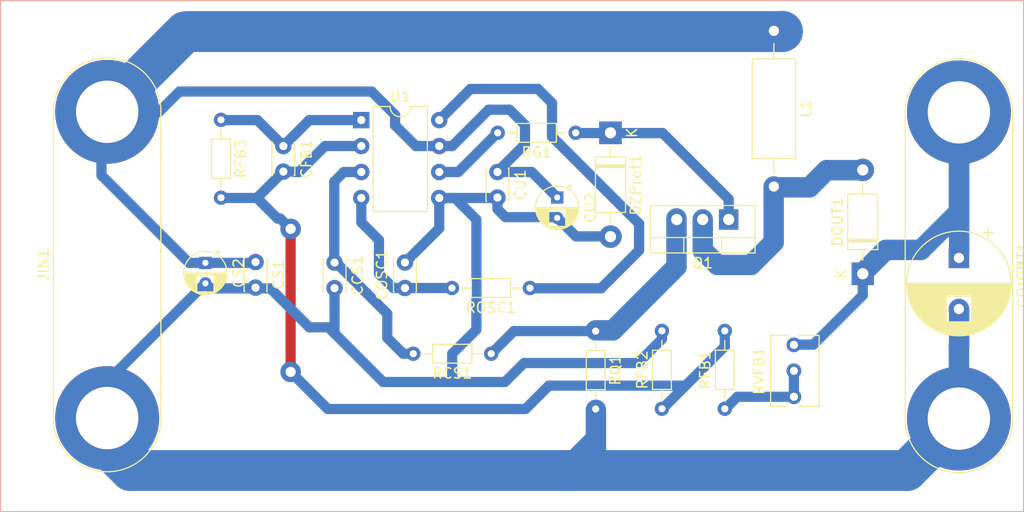
<source format=kicad_pcb>
(kicad_pcb (version 20171130) (host pcbnew "(5.1.0)-1")

  (general
    (thickness 1.6)
    (drawings 4)
    (tracks 146)
    (zones 0)
    (modules 23)
    (nets 14)
  )

  (page A4)
  (title_block
    (title "Fuente Boost")
    (company "Axel Gomez, Darío Duvier y Leonardo Fernández García")
  )

  (layers
    (0 F.Cu signal)
    (31 B.Cu signal)
    (32 B.Adhes user)
    (33 F.Adhes user)
    (34 B.Paste user)
    (35 F.Paste user)
    (36 B.SilkS user)
    (37 F.SilkS user hide)
    (38 B.Mask user)
    (39 F.Mask user)
    (40 Dwgs.User user)
    (41 Cmts.User user)
    (42 Eco1.User user)
    (43 Eco2.User user)
    (44 Edge.Cuts user)
    (45 Margin user)
    (46 B.CrtYd user)
    (47 F.CrtYd user)
    (48 B.Fab user)
    (49 F.Fab user)
  )

  (setup
    (last_trace_width 0.25)
    (user_trace_width 1)
    (user_trace_width 2)
    (user_trace_width 3)
    (user_trace_width 4)
    (trace_clearance 0.2)
    (zone_clearance 0.508)
    (zone_45_only no)
    (trace_min 0.2)
    (via_size 0.8)
    (via_drill 0.4)
    (via_min_size 0.4)
    (via_min_drill 0.3)
    (user_via 2 1)
    (uvia_size 0.3)
    (uvia_drill 0.1)
    (uvias_allowed no)
    (uvia_min_size 0.2)
    (uvia_min_drill 0.1)
    (edge_width 0.05)
    (segment_width 0.2)
    (pcb_text_width 0.3)
    (pcb_text_size 1.5 1.5)
    (mod_edge_width 0.12)
    (mod_text_size 1 1)
    (mod_text_width 0.15)
    (pad_size 1.524 1.524)
    (pad_drill 0.762)
    (pad_to_mask_clearance 0.051)
    (solder_mask_min_width 0.25)
    (aux_axis_origin 0 0)
    (visible_elements 7FFFFFFF)
    (pcbplotparams
      (layerselection 0x010fc_ffffffff)
      (usegerberextensions false)
      (usegerberattributes false)
      (usegerberadvancedattributes false)
      (creategerberjobfile false)
      (excludeedgelayer true)
      (linewidth 0.100000)
      (plotframeref false)
      (viasonmask false)
      (mode 1)
      (useauxorigin false)
      (hpglpennumber 1)
      (hpglpenspeed 20)
      (hpglpendiameter 15.000000)
      (psnegative false)
      (psa4output false)
      (plotreference true)
      (plotvalue true)
      (plotinvisibletext false)
      (padsonsilk false)
      (subtractmaskfromsilk false)
      (outputformat 1)
      (mirror false)
      (drillshape 1)
      (scaleselection 1)
      (outputdirectory ""))
  )

  (net 0 "")
  (net 1 +15V)
  (net 2 Earth)
  (net 3 "Net-(ROSC1-Pad1)")
  (net 4 "Net-(CCS1-Pad1)")
  (net 5 "Net-(CFB1-Pad2)")
  (net 6 "Net-(CFB1-Pad1)")
  (net 7 "Net-(COSC1-Pad1)")
  (net 8 "Net-(COUT1-Pad1)")
  (net 9 "Net-(DOUT1-Pad2)")
  (net 10 "Net-(DZProt1-Pad1)")
  (net 11 "Net-(Q1-Pad3)")
  (net 12 "Net-(RG1-Pad2)")
  (net 13 "Net-(RFB1-Pad1)")

  (net_class Default "Esta es la clase de red por defecto."
    (clearance 0.2)
    (trace_width 0.25)
    (via_dia 0.8)
    (via_drill 0.4)
    (uvia_dia 0.3)
    (uvia_drill 0.1)
    (add_net +15V)
    (add_net Earth)
    (add_net "Net-(CCS1-Pad1)")
    (add_net "Net-(CFB1-Pad1)")
    (add_net "Net-(CFB1-Pad2)")
    (add_net "Net-(COSC1-Pad1)")
    (add_net "Net-(COUT1-Pad1)")
    (add_net "Net-(DOUT1-Pad2)")
    (add_net "Net-(DZProt1-Pad1)")
    (add_net "Net-(Q1-Pad3)")
    (add_net "Net-(RFB1-Pad1)")
    (add_net "Net-(RG1-Pad2)")
    (add_net "Net-(ROSC1-Pad1)")
  )

  (module Capacitor_THT:CP_Radial_D10.0mm_P5.00mm (layer F.Cu) (tedit 5AE50EF1) (tstamp 5CEE1E9A)
    (at 193.9544 102.3366 270)
    (descr "CP, Radial series, Radial, pin pitch=5.00mm, , diameter=10mm, Electrolytic Capacitor")
    (tags "CP Radial series Radial pin pitch 5.00mm  diameter 10mm Electrolytic Capacitor")
    (path /5CECC04B)
    (fp_text reference COUT1 (at 2.5 -6.25 270) (layer F.SilkS)
      (effects (font (size 1 1) (thickness 0.15)))
    )
    (fp_text value 1000u (at 2.5 6.25 270) (layer F.Fab)
      (effects (font (size 1 1) (thickness 0.15)))
    )
    (fp_text user %R (at 2.5 0 270) (layer F.Fab)
      (effects (font (size 1 1) (thickness 0.15)))
    )
    (fp_line (start -2.479646 -3.375) (end -2.479646 -2.375) (layer F.SilkS) (width 0.12))
    (fp_line (start -2.979646 -2.875) (end -1.979646 -2.875) (layer F.SilkS) (width 0.12))
    (fp_line (start 7.581 -0.599) (end 7.581 0.599) (layer F.SilkS) (width 0.12))
    (fp_line (start 7.541 -0.862) (end 7.541 0.862) (layer F.SilkS) (width 0.12))
    (fp_line (start 7.501 -1.062) (end 7.501 1.062) (layer F.SilkS) (width 0.12))
    (fp_line (start 7.461 -1.23) (end 7.461 1.23) (layer F.SilkS) (width 0.12))
    (fp_line (start 7.421 -1.378) (end 7.421 1.378) (layer F.SilkS) (width 0.12))
    (fp_line (start 7.381 -1.51) (end 7.381 1.51) (layer F.SilkS) (width 0.12))
    (fp_line (start 7.341 -1.63) (end 7.341 1.63) (layer F.SilkS) (width 0.12))
    (fp_line (start 7.301 -1.742) (end 7.301 1.742) (layer F.SilkS) (width 0.12))
    (fp_line (start 7.261 -1.846) (end 7.261 1.846) (layer F.SilkS) (width 0.12))
    (fp_line (start 7.221 -1.944) (end 7.221 1.944) (layer F.SilkS) (width 0.12))
    (fp_line (start 7.181 -2.037) (end 7.181 2.037) (layer F.SilkS) (width 0.12))
    (fp_line (start 7.141 -2.125) (end 7.141 2.125) (layer F.SilkS) (width 0.12))
    (fp_line (start 7.101 -2.209) (end 7.101 2.209) (layer F.SilkS) (width 0.12))
    (fp_line (start 7.061 -2.289) (end 7.061 2.289) (layer F.SilkS) (width 0.12))
    (fp_line (start 7.021 -2.365) (end 7.021 2.365) (layer F.SilkS) (width 0.12))
    (fp_line (start 6.981 -2.439) (end 6.981 2.439) (layer F.SilkS) (width 0.12))
    (fp_line (start 6.941 -2.51) (end 6.941 2.51) (layer F.SilkS) (width 0.12))
    (fp_line (start 6.901 -2.579) (end 6.901 2.579) (layer F.SilkS) (width 0.12))
    (fp_line (start 6.861 -2.645) (end 6.861 2.645) (layer F.SilkS) (width 0.12))
    (fp_line (start 6.821 -2.709) (end 6.821 2.709) (layer F.SilkS) (width 0.12))
    (fp_line (start 6.781 -2.77) (end 6.781 2.77) (layer F.SilkS) (width 0.12))
    (fp_line (start 6.741 -2.83) (end 6.741 2.83) (layer F.SilkS) (width 0.12))
    (fp_line (start 6.701 -2.889) (end 6.701 2.889) (layer F.SilkS) (width 0.12))
    (fp_line (start 6.661 -2.945) (end 6.661 2.945) (layer F.SilkS) (width 0.12))
    (fp_line (start 6.621 -3) (end 6.621 3) (layer F.SilkS) (width 0.12))
    (fp_line (start 6.581 -3.054) (end 6.581 3.054) (layer F.SilkS) (width 0.12))
    (fp_line (start 6.541 -3.106) (end 6.541 3.106) (layer F.SilkS) (width 0.12))
    (fp_line (start 6.501 -3.156) (end 6.501 3.156) (layer F.SilkS) (width 0.12))
    (fp_line (start 6.461 -3.206) (end 6.461 3.206) (layer F.SilkS) (width 0.12))
    (fp_line (start 6.421 -3.254) (end 6.421 3.254) (layer F.SilkS) (width 0.12))
    (fp_line (start 6.381 -3.301) (end 6.381 3.301) (layer F.SilkS) (width 0.12))
    (fp_line (start 6.341 -3.347) (end 6.341 3.347) (layer F.SilkS) (width 0.12))
    (fp_line (start 6.301 -3.392) (end 6.301 3.392) (layer F.SilkS) (width 0.12))
    (fp_line (start 6.261 -3.436) (end 6.261 3.436) (layer F.SilkS) (width 0.12))
    (fp_line (start 6.221 1.241) (end 6.221 3.478) (layer F.SilkS) (width 0.12))
    (fp_line (start 6.221 -3.478) (end 6.221 -1.241) (layer F.SilkS) (width 0.12))
    (fp_line (start 6.181 1.241) (end 6.181 3.52) (layer F.SilkS) (width 0.12))
    (fp_line (start 6.181 -3.52) (end 6.181 -1.241) (layer F.SilkS) (width 0.12))
    (fp_line (start 6.141 1.241) (end 6.141 3.561) (layer F.SilkS) (width 0.12))
    (fp_line (start 6.141 -3.561) (end 6.141 -1.241) (layer F.SilkS) (width 0.12))
    (fp_line (start 6.101 1.241) (end 6.101 3.601) (layer F.SilkS) (width 0.12))
    (fp_line (start 6.101 -3.601) (end 6.101 -1.241) (layer F.SilkS) (width 0.12))
    (fp_line (start 6.061 1.241) (end 6.061 3.64) (layer F.SilkS) (width 0.12))
    (fp_line (start 6.061 -3.64) (end 6.061 -1.241) (layer F.SilkS) (width 0.12))
    (fp_line (start 6.021 1.241) (end 6.021 3.679) (layer F.SilkS) (width 0.12))
    (fp_line (start 6.021 -3.679) (end 6.021 -1.241) (layer F.SilkS) (width 0.12))
    (fp_line (start 5.981 1.241) (end 5.981 3.716) (layer F.SilkS) (width 0.12))
    (fp_line (start 5.981 -3.716) (end 5.981 -1.241) (layer F.SilkS) (width 0.12))
    (fp_line (start 5.941 1.241) (end 5.941 3.753) (layer F.SilkS) (width 0.12))
    (fp_line (start 5.941 -3.753) (end 5.941 -1.241) (layer F.SilkS) (width 0.12))
    (fp_line (start 5.901 1.241) (end 5.901 3.789) (layer F.SilkS) (width 0.12))
    (fp_line (start 5.901 -3.789) (end 5.901 -1.241) (layer F.SilkS) (width 0.12))
    (fp_line (start 5.861 1.241) (end 5.861 3.824) (layer F.SilkS) (width 0.12))
    (fp_line (start 5.861 -3.824) (end 5.861 -1.241) (layer F.SilkS) (width 0.12))
    (fp_line (start 5.821 1.241) (end 5.821 3.858) (layer F.SilkS) (width 0.12))
    (fp_line (start 5.821 -3.858) (end 5.821 -1.241) (layer F.SilkS) (width 0.12))
    (fp_line (start 5.781 1.241) (end 5.781 3.892) (layer F.SilkS) (width 0.12))
    (fp_line (start 5.781 -3.892) (end 5.781 -1.241) (layer F.SilkS) (width 0.12))
    (fp_line (start 5.741 1.241) (end 5.741 3.925) (layer F.SilkS) (width 0.12))
    (fp_line (start 5.741 -3.925) (end 5.741 -1.241) (layer F.SilkS) (width 0.12))
    (fp_line (start 5.701 1.241) (end 5.701 3.957) (layer F.SilkS) (width 0.12))
    (fp_line (start 5.701 -3.957) (end 5.701 -1.241) (layer F.SilkS) (width 0.12))
    (fp_line (start 5.661 1.241) (end 5.661 3.989) (layer F.SilkS) (width 0.12))
    (fp_line (start 5.661 -3.989) (end 5.661 -1.241) (layer F.SilkS) (width 0.12))
    (fp_line (start 5.621 1.241) (end 5.621 4.02) (layer F.SilkS) (width 0.12))
    (fp_line (start 5.621 -4.02) (end 5.621 -1.241) (layer F.SilkS) (width 0.12))
    (fp_line (start 5.581 1.241) (end 5.581 4.05) (layer F.SilkS) (width 0.12))
    (fp_line (start 5.581 -4.05) (end 5.581 -1.241) (layer F.SilkS) (width 0.12))
    (fp_line (start 5.541 1.241) (end 5.541 4.08) (layer F.SilkS) (width 0.12))
    (fp_line (start 5.541 -4.08) (end 5.541 -1.241) (layer F.SilkS) (width 0.12))
    (fp_line (start 5.501 1.241) (end 5.501 4.11) (layer F.SilkS) (width 0.12))
    (fp_line (start 5.501 -4.11) (end 5.501 -1.241) (layer F.SilkS) (width 0.12))
    (fp_line (start 5.461 1.241) (end 5.461 4.138) (layer F.SilkS) (width 0.12))
    (fp_line (start 5.461 -4.138) (end 5.461 -1.241) (layer F.SilkS) (width 0.12))
    (fp_line (start 5.421 1.241) (end 5.421 4.166) (layer F.SilkS) (width 0.12))
    (fp_line (start 5.421 -4.166) (end 5.421 -1.241) (layer F.SilkS) (width 0.12))
    (fp_line (start 5.381 1.241) (end 5.381 4.194) (layer F.SilkS) (width 0.12))
    (fp_line (start 5.381 -4.194) (end 5.381 -1.241) (layer F.SilkS) (width 0.12))
    (fp_line (start 5.341 1.241) (end 5.341 4.221) (layer F.SilkS) (width 0.12))
    (fp_line (start 5.341 -4.221) (end 5.341 -1.241) (layer F.SilkS) (width 0.12))
    (fp_line (start 5.301 1.241) (end 5.301 4.247) (layer F.SilkS) (width 0.12))
    (fp_line (start 5.301 -4.247) (end 5.301 -1.241) (layer F.SilkS) (width 0.12))
    (fp_line (start 5.261 1.241) (end 5.261 4.273) (layer F.SilkS) (width 0.12))
    (fp_line (start 5.261 -4.273) (end 5.261 -1.241) (layer F.SilkS) (width 0.12))
    (fp_line (start 5.221 1.241) (end 5.221 4.298) (layer F.SilkS) (width 0.12))
    (fp_line (start 5.221 -4.298) (end 5.221 -1.241) (layer F.SilkS) (width 0.12))
    (fp_line (start 5.181 1.241) (end 5.181 4.323) (layer F.SilkS) (width 0.12))
    (fp_line (start 5.181 -4.323) (end 5.181 -1.241) (layer F.SilkS) (width 0.12))
    (fp_line (start 5.141 1.241) (end 5.141 4.347) (layer F.SilkS) (width 0.12))
    (fp_line (start 5.141 -4.347) (end 5.141 -1.241) (layer F.SilkS) (width 0.12))
    (fp_line (start 5.101 1.241) (end 5.101 4.371) (layer F.SilkS) (width 0.12))
    (fp_line (start 5.101 -4.371) (end 5.101 -1.241) (layer F.SilkS) (width 0.12))
    (fp_line (start 5.061 1.241) (end 5.061 4.395) (layer F.SilkS) (width 0.12))
    (fp_line (start 5.061 -4.395) (end 5.061 -1.241) (layer F.SilkS) (width 0.12))
    (fp_line (start 5.021 1.241) (end 5.021 4.417) (layer F.SilkS) (width 0.12))
    (fp_line (start 5.021 -4.417) (end 5.021 -1.241) (layer F.SilkS) (width 0.12))
    (fp_line (start 4.981 1.241) (end 4.981 4.44) (layer F.SilkS) (width 0.12))
    (fp_line (start 4.981 -4.44) (end 4.981 -1.241) (layer F.SilkS) (width 0.12))
    (fp_line (start 4.941 1.241) (end 4.941 4.462) (layer F.SilkS) (width 0.12))
    (fp_line (start 4.941 -4.462) (end 4.941 -1.241) (layer F.SilkS) (width 0.12))
    (fp_line (start 4.901 1.241) (end 4.901 4.483) (layer F.SilkS) (width 0.12))
    (fp_line (start 4.901 -4.483) (end 4.901 -1.241) (layer F.SilkS) (width 0.12))
    (fp_line (start 4.861 1.241) (end 4.861 4.504) (layer F.SilkS) (width 0.12))
    (fp_line (start 4.861 -4.504) (end 4.861 -1.241) (layer F.SilkS) (width 0.12))
    (fp_line (start 4.821 1.241) (end 4.821 4.525) (layer F.SilkS) (width 0.12))
    (fp_line (start 4.821 -4.525) (end 4.821 -1.241) (layer F.SilkS) (width 0.12))
    (fp_line (start 4.781 1.241) (end 4.781 4.545) (layer F.SilkS) (width 0.12))
    (fp_line (start 4.781 -4.545) (end 4.781 -1.241) (layer F.SilkS) (width 0.12))
    (fp_line (start 4.741 1.241) (end 4.741 4.564) (layer F.SilkS) (width 0.12))
    (fp_line (start 4.741 -4.564) (end 4.741 -1.241) (layer F.SilkS) (width 0.12))
    (fp_line (start 4.701 1.241) (end 4.701 4.584) (layer F.SilkS) (width 0.12))
    (fp_line (start 4.701 -4.584) (end 4.701 -1.241) (layer F.SilkS) (width 0.12))
    (fp_line (start 4.661 1.241) (end 4.661 4.603) (layer F.SilkS) (width 0.12))
    (fp_line (start 4.661 -4.603) (end 4.661 -1.241) (layer F.SilkS) (width 0.12))
    (fp_line (start 4.621 1.241) (end 4.621 4.621) (layer F.SilkS) (width 0.12))
    (fp_line (start 4.621 -4.621) (end 4.621 -1.241) (layer F.SilkS) (width 0.12))
    (fp_line (start 4.581 1.241) (end 4.581 4.639) (layer F.SilkS) (width 0.12))
    (fp_line (start 4.581 -4.639) (end 4.581 -1.241) (layer F.SilkS) (width 0.12))
    (fp_line (start 4.541 1.241) (end 4.541 4.657) (layer F.SilkS) (width 0.12))
    (fp_line (start 4.541 -4.657) (end 4.541 -1.241) (layer F.SilkS) (width 0.12))
    (fp_line (start 4.501 1.241) (end 4.501 4.674) (layer F.SilkS) (width 0.12))
    (fp_line (start 4.501 -4.674) (end 4.501 -1.241) (layer F.SilkS) (width 0.12))
    (fp_line (start 4.461 1.241) (end 4.461 4.69) (layer F.SilkS) (width 0.12))
    (fp_line (start 4.461 -4.69) (end 4.461 -1.241) (layer F.SilkS) (width 0.12))
    (fp_line (start 4.421 1.241) (end 4.421 4.707) (layer F.SilkS) (width 0.12))
    (fp_line (start 4.421 -4.707) (end 4.421 -1.241) (layer F.SilkS) (width 0.12))
    (fp_line (start 4.381 1.241) (end 4.381 4.723) (layer F.SilkS) (width 0.12))
    (fp_line (start 4.381 -4.723) (end 4.381 -1.241) (layer F.SilkS) (width 0.12))
    (fp_line (start 4.341 1.241) (end 4.341 4.738) (layer F.SilkS) (width 0.12))
    (fp_line (start 4.341 -4.738) (end 4.341 -1.241) (layer F.SilkS) (width 0.12))
    (fp_line (start 4.301 1.241) (end 4.301 4.754) (layer F.SilkS) (width 0.12))
    (fp_line (start 4.301 -4.754) (end 4.301 -1.241) (layer F.SilkS) (width 0.12))
    (fp_line (start 4.261 1.241) (end 4.261 4.768) (layer F.SilkS) (width 0.12))
    (fp_line (start 4.261 -4.768) (end 4.261 -1.241) (layer F.SilkS) (width 0.12))
    (fp_line (start 4.221 1.241) (end 4.221 4.783) (layer F.SilkS) (width 0.12))
    (fp_line (start 4.221 -4.783) (end 4.221 -1.241) (layer F.SilkS) (width 0.12))
    (fp_line (start 4.181 1.241) (end 4.181 4.797) (layer F.SilkS) (width 0.12))
    (fp_line (start 4.181 -4.797) (end 4.181 -1.241) (layer F.SilkS) (width 0.12))
    (fp_line (start 4.141 1.241) (end 4.141 4.811) (layer F.SilkS) (width 0.12))
    (fp_line (start 4.141 -4.811) (end 4.141 -1.241) (layer F.SilkS) (width 0.12))
    (fp_line (start 4.101 1.241) (end 4.101 4.824) (layer F.SilkS) (width 0.12))
    (fp_line (start 4.101 -4.824) (end 4.101 -1.241) (layer F.SilkS) (width 0.12))
    (fp_line (start 4.061 1.241) (end 4.061 4.837) (layer F.SilkS) (width 0.12))
    (fp_line (start 4.061 -4.837) (end 4.061 -1.241) (layer F.SilkS) (width 0.12))
    (fp_line (start 4.021 1.241) (end 4.021 4.85) (layer F.SilkS) (width 0.12))
    (fp_line (start 4.021 -4.85) (end 4.021 -1.241) (layer F.SilkS) (width 0.12))
    (fp_line (start 3.981 1.241) (end 3.981 4.862) (layer F.SilkS) (width 0.12))
    (fp_line (start 3.981 -4.862) (end 3.981 -1.241) (layer F.SilkS) (width 0.12))
    (fp_line (start 3.941 1.241) (end 3.941 4.874) (layer F.SilkS) (width 0.12))
    (fp_line (start 3.941 -4.874) (end 3.941 -1.241) (layer F.SilkS) (width 0.12))
    (fp_line (start 3.901 1.241) (end 3.901 4.885) (layer F.SilkS) (width 0.12))
    (fp_line (start 3.901 -4.885) (end 3.901 -1.241) (layer F.SilkS) (width 0.12))
    (fp_line (start 3.861 1.241) (end 3.861 4.897) (layer F.SilkS) (width 0.12))
    (fp_line (start 3.861 -4.897) (end 3.861 -1.241) (layer F.SilkS) (width 0.12))
    (fp_line (start 3.821 1.241) (end 3.821 4.907) (layer F.SilkS) (width 0.12))
    (fp_line (start 3.821 -4.907) (end 3.821 -1.241) (layer F.SilkS) (width 0.12))
    (fp_line (start 3.781 1.241) (end 3.781 4.918) (layer F.SilkS) (width 0.12))
    (fp_line (start 3.781 -4.918) (end 3.781 -1.241) (layer F.SilkS) (width 0.12))
    (fp_line (start 3.741 -4.928) (end 3.741 4.928) (layer F.SilkS) (width 0.12))
    (fp_line (start 3.701 -4.938) (end 3.701 4.938) (layer F.SilkS) (width 0.12))
    (fp_line (start 3.661 -4.947) (end 3.661 4.947) (layer F.SilkS) (width 0.12))
    (fp_line (start 3.621 -4.956) (end 3.621 4.956) (layer F.SilkS) (width 0.12))
    (fp_line (start 3.581 -4.965) (end 3.581 4.965) (layer F.SilkS) (width 0.12))
    (fp_line (start 3.541 -4.974) (end 3.541 4.974) (layer F.SilkS) (width 0.12))
    (fp_line (start 3.501 -4.982) (end 3.501 4.982) (layer F.SilkS) (width 0.12))
    (fp_line (start 3.461 -4.99) (end 3.461 4.99) (layer F.SilkS) (width 0.12))
    (fp_line (start 3.421 -4.997) (end 3.421 4.997) (layer F.SilkS) (width 0.12))
    (fp_line (start 3.381 -5.004) (end 3.381 5.004) (layer F.SilkS) (width 0.12))
    (fp_line (start 3.341 -5.011) (end 3.341 5.011) (layer F.SilkS) (width 0.12))
    (fp_line (start 3.301 -5.018) (end 3.301 5.018) (layer F.SilkS) (width 0.12))
    (fp_line (start 3.261 -5.024) (end 3.261 5.024) (layer F.SilkS) (width 0.12))
    (fp_line (start 3.221 -5.03) (end 3.221 5.03) (layer F.SilkS) (width 0.12))
    (fp_line (start 3.18 -5.035) (end 3.18 5.035) (layer F.SilkS) (width 0.12))
    (fp_line (start 3.14 -5.04) (end 3.14 5.04) (layer F.SilkS) (width 0.12))
    (fp_line (start 3.1 -5.045) (end 3.1 5.045) (layer F.SilkS) (width 0.12))
    (fp_line (start 3.06 -5.05) (end 3.06 5.05) (layer F.SilkS) (width 0.12))
    (fp_line (start 3.02 -5.054) (end 3.02 5.054) (layer F.SilkS) (width 0.12))
    (fp_line (start 2.98 -5.058) (end 2.98 5.058) (layer F.SilkS) (width 0.12))
    (fp_line (start 2.94 -5.062) (end 2.94 5.062) (layer F.SilkS) (width 0.12))
    (fp_line (start 2.9 -5.065) (end 2.9 5.065) (layer F.SilkS) (width 0.12))
    (fp_line (start 2.86 -5.068) (end 2.86 5.068) (layer F.SilkS) (width 0.12))
    (fp_line (start 2.82 -5.07) (end 2.82 5.07) (layer F.SilkS) (width 0.12))
    (fp_line (start 2.78 -5.073) (end 2.78 5.073) (layer F.SilkS) (width 0.12))
    (fp_line (start 2.74 -5.075) (end 2.74 5.075) (layer F.SilkS) (width 0.12))
    (fp_line (start 2.7 -5.077) (end 2.7 5.077) (layer F.SilkS) (width 0.12))
    (fp_line (start 2.66 -5.078) (end 2.66 5.078) (layer F.SilkS) (width 0.12))
    (fp_line (start 2.62 -5.079) (end 2.62 5.079) (layer F.SilkS) (width 0.12))
    (fp_line (start 2.58 -5.08) (end 2.58 5.08) (layer F.SilkS) (width 0.12))
    (fp_line (start 2.54 -5.08) (end 2.54 5.08) (layer F.SilkS) (width 0.12))
    (fp_line (start 2.5 -5.08) (end 2.5 5.08) (layer F.SilkS) (width 0.12))
    (fp_line (start -1.288861 -2.6875) (end -1.288861 -1.6875) (layer F.Fab) (width 0.1))
    (fp_line (start -1.788861 -2.1875) (end -0.788861 -2.1875) (layer F.Fab) (width 0.1))
    (fp_circle (center 2.5 0) (end 7.75 0) (layer F.CrtYd) (width 0.05))
    (fp_circle (center 2.5 0) (end 7.62 0) (layer F.SilkS) (width 0.12))
    (fp_circle (center 2.5 0) (end 7.5 0) (layer F.Fab) (width 0.1))
    (pad 2 thru_hole circle (at 5 0 270) (size 2 2) (drill 1) (layers *.Cu *.Mask)
      (net 2 Earth))
    (pad 1 thru_hole rect (at 0 0 270) (size 2 2) (drill 1) (layers *.Cu *.Mask)
      (net 8 "Net-(COUT1-Pad1)"))
    (model ${KISYS3DMOD}/Capacitor_THT.3dshapes/CP_Radial_D10.0mm_P5.00mm.wrl
      (at (xyz 0 0 0))
      (scale (xyz 1 1 1))
      (rotate (xyz 0 0 0))
    )
  )

  (module Inductor_THT:L_Axial_L9.5mm_D4.0mm_P15.24mm_Horizontal_Fastron_SMCC (layer F.Cu) (tedit 5AE59B05) (tstamp 5CEE343A)
    (at 175.8696 80.1116 270)
    (descr "Inductor, Axial series, Axial, Horizontal, pin pitch=15.24mm, , length*diameter=9.5*4mm^2, Fastron, SMCC, http://cdn-reichelt.de/documents/datenblatt/B400/DS_SMCC_NEU.pdf, http://cdn-reichelt.de/documents/datenblatt/B400/LEADEDINDUCTORS.pdf")
    (tags "Inductor Axial series Axial Horizontal pin pitch 15.24mm  length 9.5mm diameter 4mm Fastron SMCC")
    (path /5CED603A)
    (fp_text reference L1 (at 7.62 -3.12 270) (layer F.SilkS)
      (effects (font (size 1 1) (thickness 0.15)))
    )
    (fp_text value 200u (at 7.62 3.12 270) (layer F.Fab)
      (effects (font (size 1 1) (thickness 0.15)))
    )
    (fp_text user %R (at 7.62 0 270) (layer F.Fab)
      (effects (font (size 1 1) (thickness 0.15)))
    )
    (fp_line (start 16.5 -2.25) (end -1.25 -2.25) (layer F.CrtYd) (width 0.05))
    (fp_line (start 16.5 2.25) (end 16.5 -2.25) (layer F.CrtYd) (width 0.05))
    (fp_line (start -1.25 2.25) (end 16.5 2.25) (layer F.CrtYd) (width 0.05))
    (fp_line (start -1.25 -2.25) (end -1.25 2.25) (layer F.CrtYd) (width 0.05))
    (fp_line (start 14 0) (end 12.49 0) (layer F.SilkS) (width 0.12))
    (fp_line (start 1.24 0) (end 2.75 0) (layer F.SilkS) (width 0.12))
    (fp_line (start 12.49 -2.12) (end 2.75 -2.12) (layer F.SilkS) (width 0.12))
    (fp_line (start 12.49 2.12) (end 12.49 -2.12) (layer F.SilkS) (width 0.12))
    (fp_line (start 2.75 2.12) (end 12.49 2.12) (layer F.SilkS) (width 0.12))
    (fp_line (start 2.75 -2.12) (end 2.75 2.12) (layer F.SilkS) (width 0.12))
    (fp_line (start 15.24 0) (end 12.37 0) (layer F.Fab) (width 0.1))
    (fp_line (start 0 0) (end 2.87 0) (layer F.Fab) (width 0.1))
    (fp_line (start 12.37 -2) (end 2.87 -2) (layer F.Fab) (width 0.1))
    (fp_line (start 12.37 2) (end 12.37 -2) (layer F.Fab) (width 0.1))
    (fp_line (start 2.87 2) (end 12.37 2) (layer F.Fab) (width 0.1))
    (fp_line (start 2.87 -2) (end 2.87 2) (layer F.Fab) (width 0.1))
    (pad 2 thru_hole oval (at 15.24 0 270) (size 2 2) (drill 1) (layers *.Cu *.Mask)
      (net 9 "Net-(DOUT1-Pad2)"))
    (pad 1 thru_hole circle (at 0 0 270) (size 2 2) (drill 1) (layers *.Cu *.Mask)
      (net 1 +15V))
    (model ${KISYS3DMOD}/Inductor_THT.3dshapes/L_Axial_L9.5mm_D4.0mm_P15.24mm_Horizontal_Fastron_SMCC.wrl
      (at (xyz 0 0 0))
      (scale (xyz 1 1 1))
      (rotate (xyz 0 0 0))
    )
  )

  (module Resistor_THT:R_Axial_DIN0204_L3.6mm_D1.6mm_P7.62mm_Horizontal (layer F.Cu) (tedit 5AE5139B) (tstamp 5CECFB9B)
    (at 158.4452 109.4994 270)
    (descr "Resistor, Axial_DIN0204 series, Axial, Horizontal, pin pitch=7.62mm, 0.167W, length*diameter=3.6*1.6mm^2, http://cdn-reichelt.de/documents/datenblatt/B400/1_4W%23YAG.pdf")
    (tags "Resistor Axial_DIN0204 series Axial Horizontal pin pitch 7.62mm 0.167W length 3.6mm diameter 1.6mm")
    (path /5CED4351)
    (fp_text reference RQ1 (at 3.81 -1.92 90) (layer F.SilkS)
      (effects (font (size 1 1) (thickness 0.15)))
    )
    (fp_text value 0.5 (at 3.81 1.92 90) (layer F.Fab)
      (effects (font (size 1 1) (thickness 0.15)))
    )
    (fp_text user %R (at 3.81 0 90) (layer F.Fab)
      (effects (font (size 0.72 0.72) (thickness 0.108)))
    )
    (fp_line (start 8.57 -1.05) (end -0.95 -1.05) (layer F.CrtYd) (width 0.05))
    (fp_line (start 8.57 1.05) (end 8.57 -1.05) (layer F.CrtYd) (width 0.05))
    (fp_line (start -0.95 1.05) (end 8.57 1.05) (layer F.CrtYd) (width 0.05))
    (fp_line (start -0.95 -1.05) (end -0.95 1.05) (layer F.CrtYd) (width 0.05))
    (fp_line (start 6.68 0) (end 5.73 0) (layer F.SilkS) (width 0.12))
    (fp_line (start 0.94 0) (end 1.89 0) (layer F.SilkS) (width 0.12))
    (fp_line (start 5.73 -0.92) (end 1.89 -0.92) (layer F.SilkS) (width 0.12))
    (fp_line (start 5.73 0.92) (end 5.73 -0.92) (layer F.SilkS) (width 0.12))
    (fp_line (start 1.89 0.92) (end 5.73 0.92) (layer F.SilkS) (width 0.12))
    (fp_line (start 1.89 -0.92) (end 1.89 0.92) (layer F.SilkS) (width 0.12))
    (fp_line (start 7.62 0) (end 5.61 0) (layer F.Fab) (width 0.1))
    (fp_line (start 0 0) (end 2.01 0) (layer F.Fab) (width 0.1))
    (fp_line (start 5.61 -0.8) (end 2.01 -0.8) (layer F.Fab) (width 0.1))
    (fp_line (start 5.61 0.8) (end 5.61 -0.8) (layer F.Fab) (width 0.1))
    (fp_line (start 2.01 0.8) (end 5.61 0.8) (layer F.Fab) (width 0.1))
    (fp_line (start 2.01 -0.8) (end 2.01 0.8) (layer F.Fab) (width 0.1))
    (pad 2 thru_hole oval (at 7.62 0 270) (size 1.4 1.4) (drill 0.7) (layers *.Cu *.Mask)
      (net 2 Earth))
    (pad 1 thru_hole circle (at 0 0 270) (size 1.4 1.4) (drill 0.7) (layers *.Cu *.Mask)
      (net 11 "Net-(Q1-Pad3)"))
    (model ${KISYS3DMOD}/Resistor_THT.3dshapes/R_Axial_DIN0204_L3.6mm_D1.6mm_P7.62mm_Horizontal.wrl
      (at (xyz 0 0 0))
      (scale (xyz 1 1 1))
      (rotate (xyz 0 0 0))
    )
  )

  (module Resistor_THT:R_Axial_DIN0204_L3.6mm_D1.6mm_P7.62mm_Horizontal (layer F.Cu) (tedit 5AE5139B) (tstamp 5CECFB6D)
    (at 156.4894 90.0938 180)
    (descr "Resistor, Axial_DIN0204 series, Axial, Horizontal, pin pitch=7.62mm, 0.167W, length*diameter=3.6*1.6mm^2, http://cdn-reichelt.de/documents/datenblatt/B400/1_4W%23YAG.pdf")
    (tags "Resistor Axial_DIN0204 series Axial Horizontal pin pitch 7.62mm 0.167W length 3.6mm diameter 1.6mm")
    (path /5CED1256)
    (fp_text reference RG1 (at 3.81 -1.92) (layer F.SilkS)
      (effects (font (size 1 1) (thickness 0.15)))
    )
    (fp_text value 10 (at 3.81 1.92) (layer F.Fab)
      (effects (font (size 1 1) (thickness 0.15)))
    )
    (fp_text user %R (at 3.81 0) (layer F.Fab)
      (effects (font (size 0.72 0.72) (thickness 0.108)))
    )
    (fp_line (start 8.57 -1.05) (end -0.95 -1.05) (layer F.CrtYd) (width 0.05))
    (fp_line (start 8.57 1.05) (end 8.57 -1.05) (layer F.CrtYd) (width 0.05))
    (fp_line (start -0.95 1.05) (end 8.57 1.05) (layer F.CrtYd) (width 0.05))
    (fp_line (start -0.95 -1.05) (end -0.95 1.05) (layer F.CrtYd) (width 0.05))
    (fp_line (start 6.68 0) (end 5.73 0) (layer F.SilkS) (width 0.12))
    (fp_line (start 0.94 0) (end 1.89 0) (layer F.SilkS) (width 0.12))
    (fp_line (start 5.73 -0.92) (end 1.89 -0.92) (layer F.SilkS) (width 0.12))
    (fp_line (start 5.73 0.92) (end 5.73 -0.92) (layer F.SilkS) (width 0.12))
    (fp_line (start 1.89 0.92) (end 5.73 0.92) (layer F.SilkS) (width 0.12))
    (fp_line (start 1.89 -0.92) (end 1.89 0.92) (layer F.SilkS) (width 0.12))
    (fp_line (start 7.62 0) (end 5.61 0) (layer F.Fab) (width 0.1))
    (fp_line (start 0 0) (end 2.01 0) (layer F.Fab) (width 0.1))
    (fp_line (start 5.61 -0.8) (end 2.01 -0.8) (layer F.Fab) (width 0.1))
    (fp_line (start 5.61 0.8) (end 5.61 -0.8) (layer F.Fab) (width 0.1))
    (fp_line (start 2.01 0.8) (end 5.61 0.8) (layer F.Fab) (width 0.1))
    (fp_line (start 2.01 -0.8) (end 2.01 0.8) (layer F.Fab) (width 0.1))
    (pad 2 thru_hole oval (at 7.62 0 180) (size 1.4 1.4) (drill 0.7) (layers *.Cu *.Mask)
      (net 12 "Net-(RG1-Pad2)"))
    (pad 1 thru_hole circle (at 0 0 180) (size 1.4 1.4) (drill 0.7) (layers *.Cu *.Mask)
      (net 10 "Net-(DZProt1-Pad1)"))
    (model ${KISYS3DMOD}/Resistor_THT.3dshapes/R_Axial_DIN0204_L3.6mm_D1.6mm_P7.62mm_Horizontal.wrl
      (at (xyz 0 0 0))
      (scale (xyz 1 1 1))
      (rotate (xyz 0 0 0))
    )
  )

  (module Potentiometer_THT:Potentiometer_Bourns_3266Y_Vertical (layer F.Cu) (tedit 5A3D4994) (tstamp 5CEDE0F9)
    (at 177.8254 110.8456 90)
    (descr "Potentiometer, vertical, Bourns 3266Y, https://www.bourns.com/docs/Product-Datasheets/3266.pdf")
    (tags "Potentiometer vertical Bourns 3266Y")
    (path /5CED96F9)
    (fp_text reference RVFB1 (at -2.54 -3.41 90) (layer F.SilkS)
      (effects (font (size 1 1) (thickness 0.15)))
    )
    (fp_text value 10k (at -2.54 3.59 90) (layer F.Fab)
      (effects (font (size 1 1) (thickness 0.15)))
    )
    (fp_text user %R (at -3.15 0.09 90) (layer F.Fab)
      (effects (font (size 0.92 0.92) (thickness 0.15)))
    )
    (fp_line (start 1.1 -2.45) (end -6.15 -2.45) (layer F.CrtYd) (width 0.05))
    (fp_line (start 1.1 2.6) (end 1.1 -2.45) (layer F.CrtYd) (width 0.05))
    (fp_line (start -6.15 2.6) (end 1.1 2.6) (layer F.CrtYd) (width 0.05))
    (fp_line (start -6.15 -2.45) (end -6.15 2.6) (layer F.CrtYd) (width 0.05))
    (fp_line (start 0.935 0.496) (end 0.935 2.46) (layer F.SilkS) (width 0.12))
    (fp_line (start 0.935 -2.28) (end 0.935 -0.494) (layer F.SilkS) (width 0.12))
    (fp_line (start -6.015 0.496) (end -6.015 2.46) (layer F.SilkS) (width 0.12))
    (fp_line (start -6.015 -2.28) (end -6.015 -0.494) (layer F.SilkS) (width 0.12))
    (fp_line (start -6.015 2.46) (end 0.935 2.46) (layer F.SilkS) (width 0.12))
    (fp_line (start -6.015 -2.28) (end 0.935 -2.28) (layer F.SilkS) (width 0.12))
    (fp_line (start -0.405 1.952) (end -0.404 0.189) (layer F.Fab) (width 0.1))
    (fp_line (start -0.405 1.952) (end -0.404 0.189) (layer F.Fab) (width 0.1))
    (fp_line (start 0.815 -2.16) (end -5.895 -2.16) (layer F.Fab) (width 0.1))
    (fp_line (start 0.815 2.34) (end 0.815 -2.16) (layer F.Fab) (width 0.1))
    (fp_line (start -5.895 2.34) (end 0.815 2.34) (layer F.Fab) (width 0.1))
    (fp_line (start -5.895 -2.16) (end -5.895 2.34) (layer F.Fab) (width 0.1))
    (fp_circle (center -0.405 1.07) (end 0.485 1.07) (layer F.Fab) (width 0.1))
    (pad 3 thru_hole circle (at -5.08 0 90) (size 1.44 1.44) (drill 0.8) (layers *.Cu *.Mask)
      (net 13 "Net-(RFB1-Pad1)"))
    (pad 2 thru_hole circle (at -2.54 0 90) (size 1.44 1.44) (drill 0.8) (layers *.Cu *.Mask)
      (net 13 "Net-(RFB1-Pad1)"))
    (pad 1 thru_hole circle (at 0 0 90) (size 1.44 1.44) (drill 0.8) (layers *.Cu *.Mask)
      (net 8 "Net-(COUT1-Pad1)"))
    (model ${KISYS3DMOD}/Potentiometer_THT.3dshapes/Potentiometer_Bourns_3266Y_Vertical.wrl
      (at (xyz 0 0 0))
      (scale (xyz 1 1 1))
      (rotate (xyz 0 0 0))
    )
  )

  (module Resistor_THT:R_Axial_DIN0204_L3.6mm_D1.6mm_P7.62mm_Horizontal (layer F.Cu) (tedit 5AE5139B) (tstamp 5CECFB84)
    (at 152.019 105.283 180)
    (descr "Resistor, Axial_DIN0204 series, Axial, Horizontal, pin pitch=7.62mm, 0.167W, length*diameter=3.6*1.6mm^2, http://cdn-reichelt.de/documents/datenblatt/B400/1_4W%23YAG.pdf")
    (tags "Resistor Axial_DIN0204 series Axial Horizontal pin pitch 7.62mm 0.167W length 3.6mm diameter 1.6mm")
    (path /5CEC76C3)
    (fp_text reference ROSC1 (at 3.81 -1.92) (layer F.SilkS)
      (effects (font (size 1 1) (thickness 0.15)))
    )
    (fp_text value 33k (at 3.81 1.92) (layer F.Fab)
      (effects (font (size 1 1) (thickness 0.15)))
    )
    (fp_text user %R (at 3.81 0) (layer F.Fab)
      (effects (font (size 0.72 0.72) (thickness 0.108)))
    )
    (fp_line (start 8.57 -1.05) (end -0.95 -1.05) (layer F.CrtYd) (width 0.05))
    (fp_line (start 8.57 1.05) (end 8.57 -1.05) (layer F.CrtYd) (width 0.05))
    (fp_line (start -0.95 1.05) (end 8.57 1.05) (layer F.CrtYd) (width 0.05))
    (fp_line (start -0.95 -1.05) (end -0.95 1.05) (layer F.CrtYd) (width 0.05))
    (fp_line (start 6.68 0) (end 5.73 0) (layer F.SilkS) (width 0.12))
    (fp_line (start 0.94 0) (end 1.89 0) (layer F.SilkS) (width 0.12))
    (fp_line (start 5.73 -0.92) (end 1.89 -0.92) (layer F.SilkS) (width 0.12))
    (fp_line (start 5.73 0.92) (end 5.73 -0.92) (layer F.SilkS) (width 0.12))
    (fp_line (start 1.89 0.92) (end 5.73 0.92) (layer F.SilkS) (width 0.12))
    (fp_line (start 1.89 -0.92) (end 1.89 0.92) (layer F.SilkS) (width 0.12))
    (fp_line (start 7.62 0) (end 5.61 0) (layer F.Fab) (width 0.1))
    (fp_line (start 0 0) (end 2.01 0) (layer F.Fab) (width 0.1))
    (fp_line (start 5.61 -0.8) (end 2.01 -0.8) (layer F.Fab) (width 0.1))
    (fp_line (start 5.61 0.8) (end 5.61 -0.8) (layer F.Fab) (width 0.1))
    (fp_line (start 2.01 0.8) (end 5.61 0.8) (layer F.Fab) (width 0.1))
    (fp_line (start 2.01 -0.8) (end 2.01 0.8) (layer F.Fab) (width 0.1))
    (pad 2 thru_hole oval (at 7.62 0 180) (size 1.4 1.4) (drill 0.7) (layers *.Cu *.Mask)
      (net 7 "Net-(COSC1-Pad1)"))
    (pad 1 thru_hole circle (at 0 0 180) (size 1.4 1.4) (drill 0.7) (layers *.Cu *.Mask)
      (net 3 "Net-(ROSC1-Pad1)"))
    (model ${KISYS3DMOD}/Resistor_THT.3dshapes/R_Axial_DIN0204_L3.6mm_D1.6mm_P7.62mm_Horizontal.wrl
      (at (xyz 0 0 0))
      (scale (xyz 1 1 1))
      (rotate (xyz 0 0 0))
    )
  )

  (module Resistor_THT:R_Axial_DIN0204_L3.6mm_D1.6mm_P7.62mm_Horizontal (layer F.Cu) (tedit 5AE5139B) (tstamp 5CECFB56)
    (at 121.8184 88.8238 270)
    (descr "Resistor, Axial_DIN0204 series, Axial, Horizontal, pin pitch=7.62mm, 0.167W, length*diameter=3.6*1.6mm^2, http://cdn-reichelt.de/documents/datenblatt/B400/1_4W%23YAG.pdf")
    (tags "Resistor Axial_DIN0204 series Axial Horizontal pin pitch 7.62mm 0.167W length 3.6mm diameter 1.6mm")
    (path /5CECDF63)
    (fp_text reference RFB3 (at 3.81 -1.92 90) (layer F.SilkS)
      (effects (font (size 1 1) (thickness 0.15)))
    )
    (fp_text value 150k (at 3.81 1.92 90) (layer F.Fab)
      (effects (font (size 1 1) (thickness 0.15)))
    )
    (fp_text user %R (at 3.81 0 90) (layer F.Fab)
      (effects (font (size 0.72 0.72) (thickness 0.108)))
    )
    (fp_line (start 8.57 -1.05) (end -0.95 -1.05) (layer F.CrtYd) (width 0.05))
    (fp_line (start 8.57 1.05) (end 8.57 -1.05) (layer F.CrtYd) (width 0.05))
    (fp_line (start -0.95 1.05) (end 8.57 1.05) (layer F.CrtYd) (width 0.05))
    (fp_line (start -0.95 -1.05) (end -0.95 1.05) (layer F.CrtYd) (width 0.05))
    (fp_line (start 6.68 0) (end 5.73 0) (layer F.SilkS) (width 0.12))
    (fp_line (start 0.94 0) (end 1.89 0) (layer F.SilkS) (width 0.12))
    (fp_line (start 5.73 -0.92) (end 1.89 -0.92) (layer F.SilkS) (width 0.12))
    (fp_line (start 5.73 0.92) (end 5.73 -0.92) (layer F.SilkS) (width 0.12))
    (fp_line (start 1.89 0.92) (end 5.73 0.92) (layer F.SilkS) (width 0.12))
    (fp_line (start 1.89 -0.92) (end 1.89 0.92) (layer F.SilkS) (width 0.12))
    (fp_line (start 7.62 0) (end 5.61 0) (layer F.Fab) (width 0.1))
    (fp_line (start 0 0) (end 2.01 0) (layer F.Fab) (width 0.1))
    (fp_line (start 5.61 -0.8) (end 2.01 -0.8) (layer F.Fab) (width 0.1))
    (fp_line (start 5.61 0.8) (end 5.61 -0.8) (layer F.Fab) (width 0.1))
    (fp_line (start 2.01 0.8) (end 5.61 0.8) (layer F.Fab) (width 0.1))
    (fp_line (start 2.01 -0.8) (end 2.01 0.8) (layer F.Fab) (width 0.1))
    (pad 2 thru_hole oval (at 7.62 0 270) (size 1.4 1.4) (drill 0.7) (layers *.Cu *.Mask)
      (net 5 "Net-(CFB1-Pad2)"))
    (pad 1 thru_hole circle (at 0 0 270) (size 1.4 1.4) (drill 0.7) (layers *.Cu *.Mask)
      (net 6 "Net-(CFB1-Pad1)"))
    (model ${KISYS3DMOD}/Resistor_THT.3dshapes/R_Axial_DIN0204_L3.6mm_D1.6mm_P7.62mm_Horizontal.wrl
      (at (xyz 0 0 0))
      (scale (xyz 1 1 1))
      (rotate (xyz 0 0 0))
    )
  )

  (module Resistor_THT:R_Axial_DIN0204_L3.6mm_D1.6mm_P7.62mm_Horizontal (layer F.Cu) (tedit 5AE5139B) (tstamp 5CECFB3F)
    (at 164.9222 117.094 90)
    (descr "Resistor, Axial_DIN0204 series, Axial, Horizontal, pin pitch=7.62mm, 0.167W, length*diameter=3.6*1.6mm^2, http://cdn-reichelt.de/documents/datenblatt/B400/1_4W%23YAG.pdf")
    (tags "Resistor Axial_DIN0204 series Axial Horizontal pin pitch 7.62mm 0.167W length 3.6mm diameter 1.6mm")
    (path /5CEE781A)
    (fp_text reference RFB2 (at 3.81 -1.92 -90) (layer F.SilkS)
      (effects (font (size 1 1) (thickness 0.15)))
    )
    (fp_text value 3k3 (at 3.81 1.92 -90) (layer F.Fab)
      (effects (font (size 1 1) (thickness 0.15)))
    )
    (fp_text user %R (at 3.81 0 -90) (layer F.Fab)
      (effects (font (size 0.72 0.72) (thickness 0.108)))
    )
    (fp_line (start 8.57 -1.05) (end -0.95 -1.05) (layer F.CrtYd) (width 0.05))
    (fp_line (start 8.57 1.05) (end 8.57 -1.05) (layer F.CrtYd) (width 0.05))
    (fp_line (start -0.95 1.05) (end 8.57 1.05) (layer F.CrtYd) (width 0.05))
    (fp_line (start -0.95 -1.05) (end -0.95 1.05) (layer F.CrtYd) (width 0.05))
    (fp_line (start 6.68 0) (end 5.73 0) (layer F.SilkS) (width 0.12))
    (fp_line (start 0.94 0) (end 1.89 0) (layer F.SilkS) (width 0.12))
    (fp_line (start 5.73 -0.92) (end 1.89 -0.92) (layer F.SilkS) (width 0.12))
    (fp_line (start 5.73 0.92) (end 5.73 -0.92) (layer F.SilkS) (width 0.12))
    (fp_line (start 1.89 0.92) (end 5.73 0.92) (layer F.SilkS) (width 0.12))
    (fp_line (start 1.89 -0.92) (end 1.89 0.92) (layer F.SilkS) (width 0.12))
    (fp_line (start 7.62 0) (end 5.61 0) (layer F.Fab) (width 0.1))
    (fp_line (start 0 0) (end 2.01 0) (layer F.Fab) (width 0.1))
    (fp_line (start 5.61 -0.8) (end 2.01 -0.8) (layer F.Fab) (width 0.1))
    (fp_line (start 5.61 0.8) (end 5.61 -0.8) (layer F.Fab) (width 0.1))
    (fp_line (start 2.01 0.8) (end 5.61 0.8) (layer F.Fab) (width 0.1))
    (fp_line (start 2.01 -0.8) (end 2.01 0.8) (layer F.Fab) (width 0.1))
    (pad 2 thru_hole oval (at 7.62 0 90) (size 1.4 1.4) (drill 0.7) (layers *.Cu *.Mask)
      (net 2 Earth))
    (pad 1 thru_hole circle (at 0 0 90) (size 1.4 1.4) (drill 0.7) (layers *.Cu *.Mask)
      (net 5 "Net-(CFB1-Pad2)"))
    (model ${KISYS3DMOD}/Resistor_THT.3dshapes/R_Axial_DIN0204_L3.6mm_D1.6mm_P7.62mm_Horizontal.wrl
      (at (xyz 0 0 0))
      (scale (xyz 1 1 1))
      (rotate (xyz 0 0 0))
    )
  )

  (module Resistor_THT:R_Axial_DIN0204_L3.6mm_D1.6mm_P7.62mm_Horizontal (layer F.Cu) (tedit 5AE5139B) (tstamp 5CECFB28)
    (at 171.069 117.094 90)
    (descr "Resistor, Axial_DIN0204 series, Axial, Horizontal, pin pitch=7.62mm, 0.167W, length*diameter=3.6*1.6mm^2, http://cdn-reichelt.de/documents/datenblatt/B400/1_4W%23YAG.pdf")
    (tags "Resistor Axial_DIN0204 series Axial Horizontal pin pitch 7.62mm 0.167W length 3.6mm diameter 1.6mm")
    (path /5CEE7046)
    (fp_text reference RFB1 (at 3.81 -1.92 -90) (layer F.SilkS)
      (effects (font (size 1 1) (thickness 0.15)))
    )
    (fp_text value 22k (at 3.81 1.92 -90) (layer F.Fab)
      (effects (font (size 1 1) (thickness 0.15)))
    )
    (fp_text user %R (at 3.81 0 -90) (layer F.Fab)
      (effects (font (size 0.72 0.72) (thickness 0.108)))
    )
    (fp_line (start 8.57 -1.05) (end -0.95 -1.05) (layer F.CrtYd) (width 0.05))
    (fp_line (start 8.57 1.05) (end 8.57 -1.05) (layer F.CrtYd) (width 0.05))
    (fp_line (start -0.95 1.05) (end 8.57 1.05) (layer F.CrtYd) (width 0.05))
    (fp_line (start -0.95 -1.05) (end -0.95 1.05) (layer F.CrtYd) (width 0.05))
    (fp_line (start 6.68 0) (end 5.73 0) (layer F.SilkS) (width 0.12))
    (fp_line (start 0.94 0) (end 1.89 0) (layer F.SilkS) (width 0.12))
    (fp_line (start 5.73 -0.92) (end 1.89 -0.92) (layer F.SilkS) (width 0.12))
    (fp_line (start 5.73 0.92) (end 5.73 -0.92) (layer F.SilkS) (width 0.12))
    (fp_line (start 1.89 0.92) (end 5.73 0.92) (layer F.SilkS) (width 0.12))
    (fp_line (start 1.89 -0.92) (end 1.89 0.92) (layer F.SilkS) (width 0.12))
    (fp_line (start 7.62 0) (end 5.61 0) (layer F.Fab) (width 0.1))
    (fp_line (start 0 0) (end 2.01 0) (layer F.Fab) (width 0.1))
    (fp_line (start 5.61 -0.8) (end 2.01 -0.8) (layer F.Fab) (width 0.1))
    (fp_line (start 5.61 0.8) (end 5.61 -0.8) (layer F.Fab) (width 0.1))
    (fp_line (start 2.01 0.8) (end 5.61 0.8) (layer F.Fab) (width 0.1))
    (fp_line (start 2.01 -0.8) (end 2.01 0.8) (layer F.Fab) (width 0.1))
    (pad 2 thru_hole oval (at 7.62 0 90) (size 1.4 1.4) (drill 0.7) (layers *.Cu *.Mask)
      (net 5 "Net-(CFB1-Pad2)"))
    (pad 1 thru_hole circle (at 0 0 90) (size 1.4 1.4) (drill 0.7) (layers *.Cu *.Mask)
      (net 13 "Net-(RFB1-Pad1)"))
    (model ${KISYS3DMOD}/Resistor_THT.3dshapes/R_Axial_DIN0204_L3.6mm_D1.6mm_P7.62mm_Horizontal.wrl
      (at (xyz 0 0 0))
      (scale (xyz 1 1 1))
      (rotate (xyz 0 0 0))
    )
  )

  (module Resistor_THT:R_Axial_DIN0204_L3.6mm_D1.6mm_P7.62mm_Horizontal (layer F.Cu) (tedit 5AE5139B) (tstamp 5CECFB11)
    (at 148.2344 111.7092 180)
    (descr "Resistor, Axial_DIN0204 series, Axial, Horizontal, pin pitch=7.62mm, 0.167W, length*diameter=3.6*1.6mm^2, http://cdn-reichelt.de/documents/datenblatt/B400/1_4W%23YAG.pdf")
    (tags "Resistor Axial_DIN0204 series Axial Horizontal pin pitch 7.62mm 0.167W length 3.6mm diameter 1.6mm")
    (path /5CEDEE35)
    (fp_text reference RCS1 (at 3.81 -1.92) (layer F.SilkS)
      (effects (font (size 1 1) (thickness 0.15)))
    )
    (fp_text value 1k (at 3.81 1.92) (layer F.Fab)
      (effects (font (size 1 1) (thickness 0.15)))
    )
    (fp_text user %R (at 3.81 0) (layer F.Fab)
      (effects (font (size 0.72 0.72) (thickness 0.108)))
    )
    (fp_line (start 8.57 -1.05) (end -0.95 -1.05) (layer F.CrtYd) (width 0.05))
    (fp_line (start 8.57 1.05) (end 8.57 -1.05) (layer F.CrtYd) (width 0.05))
    (fp_line (start -0.95 1.05) (end 8.57 1.05) (layer F.CrtYd) (width 0.05))
    (fp_line (start -0.95 -1.05) (end -0.95 1.05) (layer F.CrtYd) (width 0.05))
    (fp_line (start 6.68 0) (end 5.73 0) (layer F.SilkS) (width 0.12))
    (fp_line (start 0.94 0) (end 1.89 0) (layer F.SilkS) (width 0.12))
    (fp_line (start 5.73 -0.92) (end 1.89 -0.92) (layer F.SilkS) (width 0.12))
    (fp_line (start 5.73 0.92) (end 5.73 -0.92) (layer F.SilkS) (width 0.12))
    (fp_line (start 1.89 0.92) (end 5.73 0.92) (layer F.SilkS) (width 0.12))
    (fp_line (start 1.89 -0.92) (end 1.89 0.92) (layer F.SilkS) (width 0.12))
    (fp_line (start 7.62 0) (end 5.61 0) (layer F.Fab) (width 0.1))
    (fp_line (start 0 0) (end 2.01 0) (layer F.Fab) (width 0.1))
    (fp_line (start 5.61 -0.8) (end 2.01 -0.8) (layer F.Fab) (width 0.1))
    (fp_line (start 5.61 0.8) (end 5.61 -0.8) (layer F.Fab) (width 0.1))
    (fp_line (start 2.01 0.8) (end 5.61 0.8) (layer F.Fab) (width 0.1))
    (fp_line (start 2.01 -0.8) (end 2.01 0.8) (layer F.Fab) (width 0.1))
    (pad 2 thru_hole oval (at 7.62 0 180) (size 1.4 1.4) (drill 0.7) (layers *.Cu *.Mask)
      (net 4 "Net-(CCS1-Pad1)"))
    (pad 1 thru_hole circle (at 0 0 180) (size 1.4 1.4) (drill 0.7) (layers *.Cu *.Mask)
      (net 11 "Net-(Q1-Pad3)"))
    (model ${KISYS3DMOD}/Resistor_THT.3dshapes/R_Axial_DIN0204_L3.6mm_D1.6mm_P7.62mm_Horizontal.wrl
      (at (xyz 0 0 0))
      (scale (xyz 1 1 1))
      (rotate (xyz 0 0 0))
    )
  )

  (module Package_TO_SOT_THT:TO-220-3_Vertical (layer F.Cu) (tedit 5AC8BA0D) (tstamp 5CECFAFA)
    (at 171.45 98.5774 180)
    (descr "TO-220-3, Vertical, RM 2.54mm, see https://www.vishay.com/docs/66542/to-220-1.pdf")
    (tags "TO-220-3 Vertical RM 2.54mm")
    (path /5CEC6E11)
    (fp_text reference Q1 (at 2.54 -4.27 180) (layer F.SilkS)
      (effects (font (size 1 1) (thickness 0.15)))
    )
    (fp_text value IRFZ24N (at 2.54 2.5 180) (layer F.Fab)
      (effects (font (size 1 1) (thickness 0.15)))
    )
    (fp_text user %R (at 2.54 -4.27 180) (layer F.Fab)
      (effects (font (size 1 1) (thickness 0.15)))
    )
    (fp_line (start 7.79 -3.4) (end -2.71 -3.4) (layer F.CrtYd) (width 0.05))
    (fp_line (start 7.79 1.51) (end 7.79 -3.4) (layer F.CrtYd) (width 0.05))
    (fp_line (start -2.71 1.51) (end 7.79 1.51) (layer F.CrtYd) (width 0.05))
    (fp_line (start -2.71 -3.4) (end -2.71 1.51) (layer F.CrtYd) (width 0.05))
    (fp_line (start 4.391 -3.27) (end 4.391 -1.76) (layer F.SilkS) (width 0.12))
    (fp_line (start 0.69 -3.27) (end 0.69 -1.76) (layer F.SilkS) (width 0.12))
    (fp_line (start -2.58 -1.76) (end 7.66 -1.76) (layer F.SilkS) (width 0.12))
    (fp_line (start 7.66 -3.27) (end 7.66 1.371) (layer F.SilkS) (width 0.12))
    (fp_line (start -2.58 -3.27) (end -2.58 1.371) (layer F.SilkS) (width 0.12))
    (fp_line (start -2.58 1.371) (end 7.66 1.371) (layer F.SilkS) (width 0.12))
    (fp_line (start -2.58 -3.27) (end 7.66 -3.27) (layer F.SilkS) (width 0.12))
    (fp_line (start 4.39 -3.15) (end 4.39 -1.88) (layer F.Fab) (width 0.1))
    (fp_line (start 0.69 -3.15) (end 0.69 -1.88) (layer F.Fab) (width 0.1))
    (fp_line (start -2.46 -1.88) (end 7.54 -1.88) (layer F.Fab) (width 0.1))
    (fp_line (start 7.54 -3.15) (end -2.46 -3.15) (layer F.Fab) (width 0.1))
    (fp_line (start 7.54 1.25) (end 7.54 -3.15) (layer F.Fab) (width 0.1))
    (fp_line (start -2.46 1.25) (end 7.54 1.25) (layer F.Fab) (width 0.1))
    (fp_line (start -2.46 -3.15) (end -2.46 1.25) (layer F.Fab) (width 0.1))
    (pad 3 thru_hole oval (at 5.08 0 180) (size 1.905 2) (drill 1.1) (layers *.Cu *.Mask)
      (net 11 "Net-(Q1-Pad3)"))
    (pad 2 thru_hole oval (at 2.54 0 180) (size 1.905 2) (drill 1.1) (layers *.Cu *.Mask)
      (net 9 "Net-(DOUT1-Pad2)"))
    (pad 1 thru_hole rect (at 0 0 180) (size 1.905 2) (drill 1.1) (layers *.Cu *.Mask)
      (net 10 "Net-(DZProt1-Pad1)"))
    (model ${KISYS3DMOD}/Package_TO_SOT_THT.3dshapes/TO-220-3_Vertical.wrl
      (at (xyz 0 0 0))
      (scale (xyz 1 1 1))
      (rotate (xyz 0 0 0))
    )
  )

  (module Connector:Banana_Jack_2Pin (layer F.Cu) (tedit 5A1AB217) (tstamp 5CECFABA)
    (at 193.9544 88.0892 270)
    (descr "Dual banana socket, footprint - 2 x 6mm drills")
    (tags "banana socket")
    (path /5CEED7D8)
    (fp_text reference JOUT1 (at 14.985 -6.24 90) (layer F.SilkS)
      (effects (font (size 1 1) (thickness 0.15)))
    )
    (fp_text value Conn_01x02 (at 14.985 6.29 90) (layer F.Fab)
      (effects (font (size 1 1) (thickness 0.15)))
    )
    (fp_arc (start 0 0) (end 0 5.25) (angle 180) (layer F.SilkS) (width 0.12))
    (fp_arc (start 30 0) (end 30 -5.25) (angle 180) (layer F.SilkS) (width 0.12))
    (fp_arc (start 30 0) (end 30 -5.5) (angle 180) (layer F.CrtYd) (width 0.05))
    (fp_arc (start 0 0) (end 0 5.5) (angle 180) (layer F.CrtYd) (width 0.05))
    (fp_circle (center 30 0) (end 34.75 0) (layer F.Fab) (width 0.1))
    (fp_circle (center 0 0) (end 4.75 0) (layer F.Fab) (width 0.1))
    (fp_circle (center 0 0) (end 2 0) (layer F.Fab) (width 0.1))
    (fp_circle (center 30 0) (end 32 0) (layer F.Fab) (width 0.1))
    (fp_line (start 30 -5.25) (end 0 -5.25) (layer F.SilkS) (width 0.12))
    (fp_line (start 0 5.25) (end 30 5.25) (layer F.SilkS) (width 0.12))
    (fp_line (start 0 5.5) (end 30 5.5) (layer F.CrtYd) (width 0.05))
    (fp_line (start 30 -5.5) (end 0 -5.5) (layer F.CrtYd) (width 0.05))
    (fp_text user %R (at 14.985 0 90) (layer F.Fab)
      (effects (font (size 1 1) (thickness 0.15)))
    )
    (pad 2 thru_hole circle (at 29.97 0 270) (size 10.16 10.16) (drill 6.1) (layers *.Cu *.Mask)
      (net 2 Earth))
    (pad 1 thru_hole circle (at 0 0 270) (size 10.16 10.16) (drill 6.1) (layers *.Cu *.Mask)
      (net 8 "Net-(COUT1-Pad1)"))
    (model ${KISYS3DMOD}/Connector.3dshapes/Banana_Jack_2Pin.wrl
      (offset (xyz 14.98599977493286 0 0))
      (scale (xyz 2 2 2))
      (rotate (xyz 0 0 0))
    )
  )

  (module Connector:Banana_Jack_2Pin (layer F.Cu) (tedit 5A1AB217) (tstamp 5CECFAA7)
    (at 110.6932 118.0084 90)
    (descr "Dual banana socket, footprint - 2 x 6mm drills")
    (tags "banana socket")
    (path /5CEEE4AB)
    (fp_text reference JIN1 (at 14.985 -6.24 90) (layer F.SilkS)
      (effects (font (size 1 1) (thickness 0.15)))
    )
    (fp_text value Conn_01x02 (at 14.985 6.29 90) (layer F.Fab)
      (effects (font (size 1 1) (thickness 0.15)))
    )
    (fp_text user %R (at 14.985 0 90) (layer F.Fab)
      (effects (font (size 1 1) (thickness 0.15)))
    )
    (fp_line (start 30 -5.5) (end 0 -5.5) (layer F.CrtYd) (width 0.05))
    (fp_line (start 0 5.5) (end 30 5.5) (layer F.CrtYd) (width 0.05))
    (fp_line (start 0 5.25) (end 30 5.25) (layer F.SilkS) (width 0.12))
    (fp_line (start 30 -5.25) (end 0 -5.25) (layer F.SilkS) (width 0.12))
    (fp_circle (center 30 0) (end 32 0) (layer F.Fab) (width 0.1))
    (fp_circle (center 0 0) (end 2 0) (layer F.Fab) (width 0.1))
    (fp_circle (center 0 0) (end 4.75 0) (layer F.Fab) (width 0.1))
    (fp_circle (center 30 0) (end 34.75 0) (layer F.Fab) (width 0.1))
    (fp_arc (start 0 0) (end 0 5.5) (angle 180) (layer F.CrtYd) (width 0.05))
    (fp_arc (start 30 0) (end 30 -5.5) (angle 180) (layer F.CrtYd) (width 0.05))
    (fp_arc (start 30 0) (end 30 -5.25) (angle 180) (layer F.SilkS) (width 0.12))
    (fp_arc (start 0 0) (end 0 5.25) (angle 180) (layer F.SilkS) (width 0.12))
    (pad 1 thru_hole circle (at 0 0 90) (size 10.16 10.16) (drill 6.1) (layers *.Cu *.Mask)
      (net 2 Earth))
    (pad 2 thru_hole circle (at 29.97 0 90) (size 10.16 10.16) (drill 6.1) (layers *.Cu *.Mask)
      (net 1 +15V))
    (model ${KISYS3DMOD}/Connector.3dshapes/Banana_Jack_2Pin.wrl
      (offset (xyz 14.98599977493286 0 0))
      (scale (xyz 2 2 2))
      (rotate (xyz 0 0 0))
    )
  )

  (module Diode_THT:D_DO-41_SOD81_P10.16mm_Horizontal (layer F.Cu) (tedit 5AE50CD5) (tstamp 5CECFA94)
    (at 159.893 90.0938 270)
    (descr "Diode, DO-41_SOD81 series, Axial, Horizontal, pin pitch=10.16mm, , length*diameter=5.2*2.7mm^2, , http://www.diodes.com/_files/packages/DO-41%20(Plastic).pdf")
    (tags "Diode DO-41_SOD81 series Axial Horizontal pin pitch 10.16mm  length 5.2mm diameter 2.7mm")
    (path /5CED0509)
    (fp_text reference DZProt1 (at 5.08 -2.47 90) (layer F.SilkS)
      (effects (font (size 1 1) (thickness 0.15)))
    )
    (fp_text value "1N4746A 18V" (at 5.08 2.47 90) (layer F.Fab)
      (effects (font (size 1 1) (thickness 0.15)))
    )
    (fp_text user K (at 0 -2.1 90) (layer F.SilkS)
      (effects (font (size 1 1) (thickness 0.15)))
    )
    (fp_text user K (at 0 -2.1 90) (layer F.Fab)
      (effects (font (size 1 1) (thickness 0.15)))
    )
    (fp_text user %R (at 5.47 0 90) (layer F.Fab)
      (effects (font (size 1 1) (thickness 0.15)))
    )
    (fp_line (start 11.51 -1.6) (end -1.35 -1.6) (layer F.CrtYd) (width 0.05))
    (fp_line (start 11.51 1.6) (end 11.51 -1.6) (layer F.CrtYd) (width 0.05))
    (fp_line (start -1.35 1.6) (end 11.51 1.6) (layer F.CrtYd) (width 0.05))
    (fp_line (start -1.35 -1.6) (end -1.35 1.6) (layer F.CrtYd) (width 0.05))
    (fp_line (start 3.14 -1.47) (end 3.14 1.47) (layer F.SilkS) (width 0.12))
    (fp_line (start 3.38 -1.47) (end 3.38 1.47) (layer F.SilkS) (width 0.12))
    (fp_line (start 3.26 -1.47) (end 3.26 1.47) (layer F.SilkS) (width 0.12))
    (fp_line (start 8.82 0) (end 7.8 0) (layer F.SilkS) (width 0.12))
    (fp_line (start 1.34 0) (end 2.36 0) (layer F.SilkS) (width 0.12))
    (fp_line (start 7.8 -1.47) (end 2.36 -1.47) (layer F.SilkS) (width 0.12))
    (fp_line (start 7.8 1.47) (end 7.8 -1.47) (layer F.SilkS) (width 0.12))
    (fp_line (start 2.36 1.47) (end 7.8 1.47) (layer F.SilkS) (width 0.12))
    (fp_line (start 2.36 -1.47) (end 2.36 1.47) (layer F.SilkS) (width 0.12))
    (fp_line (start 3.16 -1.35) (end 3.16 1.35) (layer F.Fab) (width 0.1))
    (fp_line (start 3.36 -1.35) (end 3.36 1.35) (layer F.Fab) (width 0.1))
    (fp_line (start 3.26 -1.35) (end 3.26 1.35) (layer F.Fab) (width 0.1))
    (fp_line (start 10.16 0) (end 7.68 0) (layer F.Fab) (width 0.1))
    (fp_line (start 0 0) (end 2.48 0) (layer F.Fab) (width 0.1))
    (fp_line (start 7.68 -1.35) (end 2.48 -1.35) (layer F.Fab) (width 0.1))
    (fp_line (start 7.68 1.35) (end 7.68 -1.35) (layer F.Fab) (width 0.1))
    (fp_line (start 2.48 1.35) (end 7.68 1.35) (layer F.Fab) (width 0.1))
    (fp_line (start 2.48 -1.35) (end 2.48 1.35) (layer F.Fab) (width 0.1))
    (pad 2 thru_hole oval (at 10.16 0 270) (size 2.2 2.2) (drill 1.1) (layers *.Cu *.Mask)
      (net 2 Earth))
    (pad 1 thru_hole rect (at 0 0 270) (size 2.2 2.2) (drill 1.1) (layers *.Cu *.Mask)
      (net 10 "Net-(DZProt1-Pad1)"))
    (model ${KISYS3DMOD}/Diode_THT.3dshapes/D_DO-41_SOD81_P10.16mm_Horizontal.wrl
      (at (xyz 0 0 0))
      (scale (xyz 1 1 1))
      (rotate (xyz 0 0 0))
    )
  )

  (module Diode_THT:D_DO-41_SOD81_P10.16mm_Horizontal (layer F.Cu) (tedit 5AE50CD5) (tstamp 5CECFA75)
    (at 184.5564 103.886 90)
    (descr "Diode, DO-41_SOD81 series, Axial, Horizontal, pin pitch=10.16mm, , length*diameter=5.2*2.7mm^2, , http://www.diodes.com/_files/packages/DO-41%20(Plastic).pdf")
    (tags "Diode DO-41_SOD81 series Axial Horizontal pin pitch 10.16mm  length 5.2mm diameter 2.7mm")
    (path /5CECB04F)
    (fp_text reference DOUT1 (at 5.08 -2.47 90) (layer F.SilkS)
      (effects (font (size 1 1) (thickness 0.15)))
    )
    (fp_text value 1N5822 (at 5.08 2.47 90) (layer F.Fab)
      (effects (font (size 1 1) (thickness 0.15)))
    )
    (fp_text user K (at 0 -2.1 90) (layer F.SilkS)
      (effects (font (size 1 1) (thickness 0.15)))
    )
    (fp_text user K (at 0 -2.1 90) (layer F.Fab)
      (effects (font (size 1 1) (thickness 0.15)))
    )
    (fp_text user %R (at 5.47 0 90) (layer F.Fab)
      (effects (font (size 1 1) (thickness 0.15)))
    )
    (fp_line (start 11.51 -1.6) (end -1.35 -1.6) (layer F.CrtYd) (width 0.05))
    (fp_line (start 11.51 1.6) (end 11.51 -1.6) (layer F.CrtYd) (width 0.05))
    (fp_line (start -1.35 1.6) (end 11.51 1.6) (layer F.CrtYd) (width 0.05))
    (fp_line (start -1.35 -1.6) (end -1.35 1.6) (layer F.CrtYd) (width 0.05))
    (fp_line (start 3.14 -1.47) (end 3.14 1.47) (layer F.SilkS) (width 0.12))
    (fp_line (start 3.38 -1.47) (end 3.38 1.47) (layer F.SilkS) (width 0.12))
    (fp_line (start 3.26 -1.47) (end 3.26 1.47) (layer F.SilkS) (width 0.12))
    (fp_line (start 8.82 0) (end 7.8 0) (layer F.SilkS) (width 0.12))
    (fp_line (start 1.34 0) (end 2.36 0) (layer F.SilkS) (width 0.12))
    (fp_line (start 7.8 -1.47) (end 2.36 -1.47) (layer F.SilkS) (width 0.12))
    (fp_line (start 7.8 1.47) (end 7.8 -1.47) (layer F.SilkS) (width 0.12))
    (fp_line (start 2.36 1.47) (end 7.8 1.47) (layer F.SilkS) (width 0.12))
    (fp_line (start 2.36 -1.47) (end 2.36 1.47) (layer F.SilkS) (width 0.12))
    (fp_line (start 3.16 -1.35) (end 3.16 1.35) (layer F.Fab) (width 0.1))
    (fp_line (start 3.36 -1.35) (end 3.36 1.35) (layer F.Fab) (width 0.1))
    (fp_line (start 3.26 -1.35) (end 3.26 1.35) (layer F.Fab) (width 0.1))
    (fp_line (start 10.16 0) (end 7.68 0) (layer F.Fab) (width 0.1))
    (fp_line (start 0 0) (end 2.48 0) (layer F.Fab) (width 0.1))
    (fp_line (start 7.68 -1.35) (end 2.48 -1.35) (layer F.Fab) (width 0.1))
    (fp_line (start 7.68 1.35) (end 7.68 -1.35) (layer F.Fab) (width 0.1))
    (fp_line (start 2.48 1.35) (end 7.68 1.35) (layer F.Fab) (width 0.1))
    (fp_line (start 2.48 -1.35) (end 2.48 1.35) (layer F.Fab) (width 0.1))
    (pad 2 thru_hole oval (at 10.16 0 90) (size 2.2 2.2) (drill 1.1) (layers *.Cu *.Mask)
      (net 9 "Net-(DOUT1-Pad2)"))
    (pad 1 thru_hole rect (at 0 0 90) (size 2.2 2.2) (drill 1.1) (layers *.Cu *.Mask)
      (net 8 "Net-(COUT1-Pad1)"))
    (model ${KISYS3DMOD}/Diode_THT.3dshapes/D_DO-41_SOD81_P10.16mm_Horizontal.wrl
      (at (xyz 0 0 0))
      (scale (xyz 1 1 1))
      (rotate (xyz 0 0 0))
    )
  )

  (module Capacitor_THT:CP_Radial_D4.0mm_P2.00mm (layer F.Cu) (tedit 5AE50EF0) (tstamp 5CECFA56)
    (at 154.686 96.4184 270)
    (descr "CP, Radial series, Radial, pin pitch=2.00mm, , diameter=4mm, Electrolytic Capacitor")
    (tags "CP Radial series Radial pin pitch 2.00mm  diameter 4mm Electrolytic Capacitor")
    (path /5CE99017)
    (fp_text reference CU2 (at 1 -3.25 90) (layer F.SilkS)
      (effects (font (size 1 1) (thickness 0.15)))
    )
    (fp_text value 470u (at 1 3.25 90) (layer F.Fab)
      (effects (font (size 1 1) (thickness 0.15)))
    )
    (fp_text user %R (at 1 0 90) (layer F.Fab)
      (effects (font (size 0.8 0.8) (thickness 0.12)))
    )
    (fp_line (start -1.069801 -1.395) (end -1.069801 -0.995) (layer F.SilkS) (width 0.12))
    (fp_line (start -1.269801 -1.195) (end -0.869801 -1.195) (layer F.SilkS) (width 0.12))
    (fp_line (start 3.081 -0.37) (end 3.081 0.37) (layer F.SilkS) (width 0.12))
    (fp_line (start 3.041 -0.537) (end 3.041 0.537) (layer F.SilkS) (width 0.12))
    (fp_line (start 3.001 -0.664) (end 3.001 0.664) (layer F.SilkS) (width 0.12))
    (fp_line (start 2.961 -0.768) (end 2.961 0.768) (layer F.SilkS) (width 0.12))
    (fp_line (start 2.921 -0.859) (end 2.921 0.859) (layer F.SilkS) (width 0.12))
    (fp_line (start 2.881 -0.94) (end 2.881 0.94) (layer F.SilkS) (width 0.12))
    (fp_line (start 2.841 -1.013) (end 2.841 1.013) (layer F.SilkS) (width 0.12))
    (fp_line (start 2.801 0.84) (end 2.801 1.08) (layer F.SilkS) (width 0.12))
    (fp_line (start 2.801 -1.08) (end 2.801 -0.84) (layer F.SilkS) (width 0.12))
    (fp_line (start 2.761 0.84) (end 2.761 1.142) (layer F.SilkS) (width 0.12))
    (fp_line (start 2.761 -1.142) (end 2.761 -0.84) (layer F.SilkS) (width 0.12))
    (fp_line (start 2.721 0.84) (end 2.721 1.2) (layer F.SilkS) (width 0.12))
    (fp_line (start 2.721 -1.2) (end 2.721 -0.84) (layer F.SilkS) (width 0.12))
    (fp_line (start 2.681 0.84) (end 2.681 1.254) (layer F.SilkS) (width 0.12))
    (fp_line (start 2.681 -1.254) (end 2.681 -0.84) (layer F.SilkS) (width 0.12))
    (fp_line (start 2.641 0.84) (end 2.641 1.304) (layer F.SilkS) (width 0.12))
    (fp_line (start 2.641 -1.304) (end 2.641 -0.84) (layer F.SilkS) (width 0.12))
    (fp_line (start 2.601 0.84) (end 2.601 1.351) (layer F.SilkS) (width 0.12))
    (fp_line (start 2.601 -1.351) (end 2.601 -0.84) (layer F.SilkS) (width 0.12))
    (fp_line (start 2.561 0.84) (end 2.561 1.396) (layer F.SilkS) (width 0.12))
    (fp_line (start 2.561 -1.396) (end 2.561 -0.84) (layer F.SilkS) (width 0.12))
    (fp_line (start 2.521 0.84) (end 2.521 1.438) (layer F.SilkS) (width 0.12))
    (fp_line (start 2.521 -1.438) (end 2.521 -0.84) (layer F.SilkS) (width 0.12))
    (fp_line (start 2.481 0.84) (end 2.481 1.478) (layer F.SilkS) (width 0.12))
    (fp_line (start 2.481 -1.478) (end 2.481 -0.84) (layer F.SilkS) (width 0.12))
    (fp_line (start 2.441 0.84) (end 2.441 1.516) (layer F.SilkS) (width 0.12))
    (fp_line (start 2.441 -1.516) (end 2.441 -0.84) (layer F.SilkS) (width 0.12))
    (fp_line (start 2.401 0.84) (end 2.401 1.552) (layer F.SilkS) (width 0.12))
    (fp_line (start 2.401 -1.552) (end 2.401 -0.84) (layer F.SilkS) (width 0.12))
    (fp_line (start 2.361 0.84) (end 2.361 1.587) (layer F.SilkS) (width 0.12))
    (fp_line (start 2.361 -1.587) (end 2.361 -0.84) (layer F.SilkS) (width 0.12))
    (fp_line (start 2.321 0.84) (end 2.321 1.619) (layer F.SilkS) (width 0.12))
    (fp_line (start 2.321 -1.619) (end 2.321 -0.84) (layer F.SilkS) (width 0.12))
    (fp_line (start 2.281 0.84) (end 2.281 1.65) (layer F.SilkS) (width 0.12))
    (fp_line (start 2.281 -1.65) (end 2.281 -0.84) (layer F.SilkS) (width 0.12))
    (fp_line (start 2.241 0.84) (end 2.241 1.68) (layer F.SilkS) (width 0.12))
    (fp_line (start 2.241 -1.68) (end 2.241 -0.84) (layer F.SilkS) (width 0.12))
    (fp_line (start 2.201 0.84) (end 2.201 1.708) (layer F.SilkS) (width 0.12))
    (fp_line (start 2.201 -1.708) (end 2.201 -0.84) (layer F.SilkS) (width 0.12))
    (fp_line (start 2.161 0.84) (end 2.161 1.735) (layer F.SilkS) (width 0.12))
    (fp_line (start 2.161 -1.735) (end 2.161 -0.84) (layer F.SilkS) (width 0.12))
    (fp_line (start 2.121 0.84) (end 2.121 1.76) (layer F.SilkS) (width 0.12))
    (fp_line (start 2.121 -1.76) (end 2.121 -0.84) (layer F.SilkS) (width 0.12))
    (fp_line (start 2.081 0.84) (end 2.081 1.785) (layer F.SilkS) (width 0.12))
    (fp_line (start 2.081 -1.785) (end 2.081 -0.84) (layer F.SilkS) (width 0.12))
    (fp_line (start 2.041 0.84) (end 2.041 1.808) (layer F.SilkS) (width 0.12))
    (fp_line (start 2.041 -1.808) (end 2.041 -0.84) (layer F.SilkS) (width 0.12))
    (fp_line (start 2.001 0.84) (end 2.001 1.83) (layer F.SilkS) (width 0.12))
    (fp_line (start 2.001 -1.83) (end 2.001 -0.84) (layer F.SilkS) (width 0.12))
    (fp_line (start 1.961 0.84) (end 1.961 1.851) (layer F.SilkS) (width 0.12))
    (fp_line (start 1.961 -1.851) (end 1.961 -0.84) (layer F.SilkS) (width 0.12))
    (fp_line (start 1.921 0.84) (end 1.921 1.87) (layer F.SilkS) (width 0.12))
    (fp_line (start 1.921 -1.87) (end 1.921 -0.84) (layer F.SilkS) (width 0.12))
    (fp_line (start 1.881 0.84) (end 1.881 1.889) (layer F.SilkS) (width 0.12))
    (fp_line (start 1.881 -1.889) (end 1.881 -0.84) (layer F.SilkS) (width 0.12))
    (fp_line (start 1.841 0.84) (end 1.841 1.907) (layer F.SilkS) (width 0.12))
    (fp_line (start 1.841 -1.907) (end 1.841 -0.84) (layer F.SilkS) (width 0.12))
    (fp_line (start 1.801 0.84) (end 1.801 1.924) (layer F.SilkS) (width 0.12))
    (fp_line (start 1.801 -1.924) (end 1.801 -0.84) (layer F.SilkS) (width 0.12))
    (fp_line (start 1.761 0.84) (end 1.761 1.94) (layer F.SilkS) (width 0.12))
    (fp_line (start 1.761 -1.94) (end 1.761 -0.84) (layer F.SilkS) (width 0.12))
    (fp_line (start 1.721 0.84) (end 1.721 1.954) (layer F.SilkS) (width 0.12))
    (fp_line (start 1.721 -1.954) (end 1.721 -0.84) (layer F.SilkS) (width 0.12))
    (fp_line (start 1.68 0.84) (end 1.68 1.968) (layer F.SilkS) (width 0.12))
    (fp_line (start 1.68 -1.968) (end 1.68 -0.84) (layer F.SilkS) (width 0.12))
    (fp_line (start 1.64 0.84) (end 1.64 1.982) (layer F.SilkS) (width 0.12))
    (fp_line (start 1.64 -1.982) (end 1.64 -0.84) (layer F.SilkS) (width 0.12))
    (fp_line (start 1.6 0.84) (end 1.6 1.994) (layer F.SilkS) (width 0.12))
    (fp_line (start 1.6 -1.994) (end 1.6 -0.84) (layer F.SilkS) (width 0.12))
    (fp_line (start 1.56 0.84) (end 1.56 2.005) (layer F.SilkS) (width 0.12))
    (fp_line (start 1.56 -2.005) (end 1.56 -0.84) (layer F.SilkS) (width 0.12))
    (fp_line (start 1.52 0.84) (end 1.52 2.016) (layer F.SilkS) (width 0.12))
    (fp_line (start 1.52 -2.016) (end 1.52 -0.84) (layer F.SilkS) (width 0.12))
    (fp_line (start 1.48 0.84) (end 1.48 2.025) (layer F.SilkS) (width 0.12))
    (fp_line (start 1.48 -2.025) (end 1.48 -0.84) (layer F.SilkS) (width 0.12))
    (fp_line (start 1.44 0.84) (end 1.44 2.034) (layer F.SilkS) (width 0.12))
    (fp_line (start 1.44 -2.034) (end 1.44 -0.84) (layer F.SilkS) (width 0.12))
    (fp_line (start 1.4 0.84) (end 1.4 2.042) (layer F.SilkS) (width 0.12))
    (fp_line (start 1.4 -2.042) (end 1.4 -0.84) (layer F.SilkS) (width 0.12))
    (fp_line (start 1.36 0.84) (end 1.36 2.05) (layer F.SilkS) (width 0.12))
    (fp_line (start 1.36 -2.05) (end 1.36 -0.84) (layer F.SilkS) (width 0.12))
    (fp_line (start 1.32 0.84) (end 1.32 2.056) (layer F.SilkS) (width 0.12))
    (fp_line (start 1.32 -2.056) (end 1.32 -0.84) (layer F.SilkS) (width 0.12))
    (fp_line (start 1.28 0.84) (end 1.28 2.062) (layer F.SilkS) (width 0.12))
    (fp_line (start 1.28 -2.062) (end 1.28 -0.84) (layer F.SilkS) (width 0.12))
    (fp_line (start 1.24 0.84) (end 1.24 2.067) (layer F.SilkS) (width 0.12))
    (fp_line (start 1.24 -2.067) (end 1.24 -0.84) (layer F.SilkS) (width 0.12))
    (fp_line (start 1.2 0.84) (end 1.2 2.071) (layer F.SilkS) (width 0.12))
    (fp_line (start 1.2 -2.071) (end 1.2 -0.84) (layer F.SilkS) (width 0.12))
    (fp_line (start 1.16 -2.074) (end 1.16 2.074) (layer F.SilkS) (width 0.12))
    (fp_line (start 1.12 -2.077) (end 1.12 2.077) (layer F.SilkS) (width 0.12))
    (fp_line (start 1.08 -2.079) (end 1.08 2.079) (layer F.SilkS) (width 0.12))
    (fp_line (start 1.04 -2.08) (end 1.04 2.08) (layer F.SilkS) (width 0.12))
    (fp_line (start 1 -2.08) (end 1 2.08) (layer F.SilkS) (width 0.12))
    (fp_line (start -0.502554 -1.0675) (end -0.502554 -0.6675) (layer F.Fab) (width 0.1))
    (fp_line (start -0.702554 -0.8675) (end -0.302554 -0.8675) (layer F.Fab) (width 0.1))
    (fp_circle (center 1 0) (end 3.25 0) (layer F.CrtYd) (width 0.05))
    (fp_circle (center 1 0) (end 3.12 0) (layer F.SilkS) (width 0.12))
    (fp_circle (center 1 0) (end 3 0) (layer F.Fab) (width 0.1))
    (pad 2 thru_hole circle (at 2 0 270) (size 1.2 1.2) (drill 0.6) (layers *.Cu *.Mask)
      (net 2 Earth))
    (pad 1 thru_hole rect (at 0 0 270) (size 1.2 1.2) (drill 0.6) (layers *.Cu *.Mask)
      (net 1 +15V))
    (model ${KISYS3DMOD}/Capacitor_THT.3dshapes/CP_Radial_D4.0mm_P2.00mm.wrl
      (at (xyz 0 0 0))
      (scale (xyz 1 1 1))
      (rotate (xyz 0 0 0))
    )
  )

  (module Capacitor_THT:C_Disc_D3.0mm_W2.0mm_P2.50mm (layer F.Cu) (tedit 5AE50EF0) (tstamp 5CECF9EA)
    (at 148.844 93.9292 270)
    (descr "C, Disc series, Radial, pin pitch=2.50mm, , diameter*width=3*2mm^2, Capacitor")
    (tags "C Disc series Radial pin pitch 2.50mm  diameter 3mm width 2mm Capacitor")
    (path /5CE99CC3)
    (fp_text reference CU1 (at 1.25 -2.25 90) (layer F.SilkS)
      (effects (font (size 1 1) (thickness 0.15)))
    )
    (fp_text value 100n (at 1.25 2.25 90) (layer F.Fab)
      (effects (font (size 1 1) (thickness 0.15)))
    )
    (fp_text user %R (at 1.25 0 90) (layer F.Fab)
      (effects (font (size 0.6 0.6) (thickness 0.09)))
    )
    (fp_line (start 3.55 -1.25) (end -1.05 -1.25) (layer F.CrtYd) (width 0.05))
    (fp_line (start 3.55 1.25) (end 3.55 -1.25) (layer F.CrtYd) (width 0.05))
    (fp_line (start -1.05 1.25) (end 3.55 1.25) (layer F.CrtYd) (width 0.05))
    (fp_line (start -1.05 -1.25) (end -1.05 1.25) (layer F.CrtYd) (width 0.05))
    (fp_line (start 2.87 1.055) (end 2.87 1.12) (layer F.SilkS) (width 0.12))
    (fp_line (start 2.87 -1.12) (end 2.87 -1.055) (layer F.SilkS) (width 0.12))
    (fp_line (start -0.37 1.055) (end -0.37 1.12) (layer F.SilkS) (width 0.12))
    (fp_line (start -0.37 -1.12) (end -0.37 -1.055) (layer F.SilkS) (width 0.12))
    (fp_line (start -0.37 1.12) (end 2.87 1.12) (layer F.SilkS) (width 0.12))
    (fp_line (start -0.37 -1.12) (end 2.87 -1.12) (layer F.SilkS) (width 0.12))
    (fp_line (start 2.75 -1) (end -0.25 -1) (layer F.Fab) (width 0.1))
    (fp_line (start 2.75 1) (end 2.75 -1) (layer F.Fab) (width 0.1))
    (fp_line (start -0.25 1) (end 2.75 1) (layer F.Fab) (width 0.1))
    (fp_line (start -0.25 -1) (end -0.25 1) (layer F.Fab) (width 0.1))
    (pad 2 thru_hole circle (at 2.5 0 270) (size 1.6 1.6) (drill 0.8) (layers *.Cu *.Mask)
      (net 2 Earth))
    (pad 1 thru_hole circle (at 0 0 270) (size 1.6 1.6) (drill 0.8) (layers *.Cu *.Mask)
      (net 1 +15V))
    (model ${KISYS3DMOD}/Capacitor_THT.3dshapes/C_Disc_D3.0mm_W2.0mm_P2.50mm.wrl
      (at (xyz 0 0 0))
      (scale (xyz 1 1 1))
      (rotate (xyz 0 0 0))
    )
  )

  (module Capacitor_THT:CP_Radial_D4.0mm_P2.00mm (layer F.Cu) (tedit 5AE50EF0) (tstamp 5CECF9D5)
    (at 120.2944 102.8192 270)
    (descr "CP, Radial series, Radial, pin pitch=2.00mm, , diameter=4mm, Electrolytic Capacitor")
    (tags "CP Radial series Radial pin pitch 2.00mm  diameter 4mm Electrolytic Capacitor")
    (path /5CE9BD12)
    (fp_text reference CS2 (at 1 -3.25 90) (layer F.SilkS)
      (effects (font (size 1 1) (thickness 0.15)))
    )
    (fp_text value 470u (at 1 3.25 90) (layer F.Fab)
      (effects (font (size 1 1) (thickness 0.15)))
    )
    (fp_text user %R (at 1 0 90) (layer F.Fab)
      (effects (font (size 0.8 0.8) (thickness 0.12)))
    )
    (fp_line (start -1.069801 -1.395) (end -1.069801 -0.995) (layer F.SilkS) (width 0.12))
    (fp_line (start -1.269801 -1.195) (end -0.869801 -1.195) (layer F.SilkS) (width 0.12))
    (fp_line (start 3.081 -0.37) (end 3.081 0.37) (layer F.SilkS) (width 0.12))
    (fp_line (start 3.041 -0.537) (end 3.041 0.537) (layer F.SilkS) (width 0.12))
    (fp_line (start 3.001 -0.664) (end 3.001 0.664) (layer F.SilkS) (width 0.12))
    (fp_line (start 2.961 -0.768) (end 2.961 0.768) (layer F.SilkS) (width 0.12))
    (fp_line (start 2.921 -0.859) (end 2.921 0.859) (layer F.SilkS) (width 0.12))
    (fp_line (start 2.881 -0.94) (end 2.881 0.94) (layer F.SilkS) (width 0.12))
    (fp_line (start 2.841 -1.013) (end 2.841 1.013) (layer F.SilkS) (width 0.12))
    (fp_line (start 2.801 0.84) (end 2.801 1.08) (layer F.SilkS) (width 0.12))
    (fp_line (start 2.801 -1.08) (end 2.801 -0.84) (layer F.SilkS) (width 0.12))
    (fp_line (start 2.761 0.84) (end 2.761 1.142) (layer F.SilkS) (width 0.12))
    (fp_line (start 2.761 -1.142) (end 2.761 -0.84) (layer F.SilkS) (width 0.12))
    (fp_line (start 2.721 0.84) (end 2.721 1.2) (layer F.SilkS) (width 0.12))
    (fp_line (start 2.721 -1.2) (end 2.721 -0.84) (layer F.SilkS) (width 0.12))
    (fp_line (start 2.681 0.84) (end 2.681 1.254) (layer F.SilkS) (width 0.12))
    (fp_line (start 2.681 -1.254) (end 2.681 -0.84) (layer F.SilkS) (width 0.12))
    (fp_line (start 2.641 0.84) (end 2.641 1.304) (layer F.SilkS) (width 0.12))
    (fp_line (start 2.641 -1.304) (end 2.641 -0.84) (layer F.SilkS) (width 0.12))
    (fp_line (start 2.601 0.84) (end 2.601 1.351) (layer F.SilkS) (width 0.12))
    (fp_line (start 2.601 -1.351) (end 2.601 -0.84) (layer F.SilkS) (width 0.12))
    (fp_line (start 2.561 0.84) (end 2.561 1.396) (layer F.SilkS) (width 0.12))
    (fp_line (start 2.561 -1.396) (end 2.561 -0.84) (layer F.SilkS) (width 0.12))
    (fp_line (start 2.521 0.84) (end 2.521 1.438) (layer F.SilkS) (width 0.12))
    (fp_line (start 2.521 -1.438) (end 2.521 -0.84) (layer F.SilkS) (width 0.12))
    (fp_line (start 2.481 0.84) (end 2.481 1.478) (layer F.SilkS) (width 0.12))
    (fp_line (start 2.481 -1.478) (end 2.481 -0.84) (layer F.SilkS) (width 0.12))
    (fp_line (start 2.441 0.84) (end 2.441 1.516) (layer F.SilkS) (width 0.12))
    (fp_line (start 2.441 -1.516) (end 2.441 -0.84) (layer F.SilkS) (width 0.12))
    (fp_line (start 2.401 0.84) (end 2.401 1.552) (layer F.SilkS) (width 0.12))
    (fp_line (start 2.401 -1.552) (end 2.401 -0.84) (layer F.SilkS) (width 0.12))
    (fp_line (start 2.361 0.84) (end 2.361 1.587) (layer F.SilkS) (width 0.12))
    (fp_line (start 2.361 -1.587) (end 2.361 -0.84) (layer F.SilkS) (width 0.12))
    (fp_line (start 2.321 0.84) (end 2.321 1.619) (layer F.SilkS) (width 0.12))
    (fp_line (start 2.321 -1.619) (end 2.321 -0.84) (layer F.SilkS) (width 0.12))
    (fp_line (start 2.281 0.84) (end 2.281 1.65) (layer F.SilkS) (width 0.12))
    (fp_line (start 2.281 -1.65) (end 2.281 -0.84) (layer F.SilkS) (width 0.12))
    (fp_line (start 2.241 0.84) (end 2.241 1.68) (layer F.SilkS) (width 0.12))
    (fp_line (start 2.241 -1.68) (end 2.241 -0.84) (layer F.SilkS) (width 0.12))
    (fp_line (start 2.201 0.84) (end 2.201 1.708) (layer F.SilkS) (width 0.12))
    (fp_line (start 2.201 -1.708) (end 2.201 -0.84) (layer F.SilkS) (width 0.12))
    (fp_line (start 2.161 0.84) (end 2.161 1.735) (layer F.SilkS) (width 0.12))
    (fp_line (start 2.161 -1.735) (end 2.161 -0.84) (layer F.SilkS) (width 0.12))
    (fp_line (start 2.121 0.84) (end 2.121 1.76) (layer F.SilkS) (width 0.12))
    (fp_line (start 2.121 -1.76) (end 2.121 -0.84) (layer F.SilkS) (width 0.12))
    (fp_line (start 2.081 0.84) (end 2.081 1.785) (layer F.SilkS) (width 0.12))
    (fp_line (start 2.081 -1.785) (end 2.081 -0.84) (layer F.SilkS) (width 0.12))
    (fp_line (start 2.041 0.84) (end 2.041 1.808) (layer F.SilkS) (width 0.12))
    (fp_line (start 2.041 -1.808) (end 2.041 -0.84) (layer F.SilkS) (width 0.12))
    (fp_line (start 2.001 0.84) (end 2.001 1.83) (layer F.SilkS) (width 0.12))
    (fp_line (start 2.001 -1.83) (end 2.001 -0.84) (layer F.SilkS) (width 0.12))
    (fp_line (start 1.961 0.84) (end 1.961 1.851) (layer F.SilkS) (width 0.12))
    (fp_line (start 1.961 -1.851) (end 1.961 -0.84) (layer F.SilkS) (width 0.12))
    (fp_line (start 1.921 0.84) (end 1.921 1.87) (layer F.SilkS) (width 0.12))
    (fp_line (start 1.921 -1.87) (end 1.921 -0.84) (layer F.SilkS) (width 0.12))
    (fp_line (start 1.881 0.84) (end 1.881 1.889) (layer F.SilkS) (width 0.12))
    (fp_line (start 1.881 -1.889) (end 1.881 -0.84) (layer F.SilkS) (width 0.12))
    (fp_line (start 1.841 0.84) (end 1.841 1.907) (layer F.SilkS) (width 0.12))
    (fp_line (start 1.841 -1.907) (end 1.841 -0.84) (layer F.SilkS) (width 0.12))
    (fp_line (start 1.801 0.84) (end 1.801 1.924) (layer F.SilkS) (width 0.12))
    (fp_line (start 1.801 -1.924) (end 1.801 -0.84) (layer F.SilkS) (width 0.12))
    (fp_line (start 1.761 0.84) (end 1.761 1.94) (layer F.SilkS) (width 0.12))
    (fp_line (start 1.761 -1.94) (end 1.761 -0.84) (layer F.SilkS) (width 0.12))
    (fp_line (start 1.721 0.84) (end 1.721 1.954) (layer F.SilkS) (width 0.12))
    (fp_line (start 1.721 -1.954) (end 1.721 -0.84) (layer F.SilkS) (width 0.12))
    (fp_line (start 1.68 0.84) (end 1.68 1.968) (layer F.SilkS) (width 0.12))
    (fp_line (start 1.68 -1.968) (end 1.68 -0.84) (layer F.SilkS) (width 0.12))
    (fp_line (start 1.64 0.84) (end 1.64 1.982) (layer F.SilkS) (width 0.12))
    (fp_line (start 1.64 -1.982) (end 1.64 -0.84) (layer F.SilkS) (width 0.12))
    (fp_line (start 1.6 0.84) (end 1.6 1.994) (layer F.SilkS) (width 0.12))
    (fp_line (start 1.6 -1.994) (end 1.6 -0.84) (layer F.SilkS) (width 0.12))
    (fp_line (start 1.56 0.84) (end 1.56 2.005) (layer F.SilkS) (width 0.12))
    (fp_line (start 1.56 -2.005) (end 1.56 -0.84) (layer F.SilkS) (width 0.12))
    (fp_line (start 1.52 0.84) (end 1.52 2.016) (layer F.SilkS) (width 0.12))
    (fp_line (start 1.52 -2.016) (end 1.52 -0.84) (layer F.SilkS) (width 0.12))
    (fp_line (start 1.48 0.84) (end 1.48 2.025) (layer F.SilkS) (width 0.12))
    (fp_line (start 1.48 -2.025) (end 1.48 -0.84) (layer F.SilkS) (width 0.12))
    (fp_line (start 1.44 0.84) (end 1.44 2.034) (layer F.SilkS) (width 0.12))
    (fp_line (start 1.44 -2.034) (end 1.44 -0.84) (layer F.SilkS) (width 0.12))
    (fp_line (start 1.4 0.84) (end 1.4 2.042) (layer F.SilkS) (width 0.12))
    (fp_line (start 1.4 -2.042) (end 1.4 -0.84) (layer F.SilkS) (width 0.12))
    (fp_line (start 1.36 0.84) (end 1.36 2.05) (layer F.SilkS) (width 0.12))
    (fp_line (start 1.36 -2.05) (end 1.36 -0.84) (layer F.SilkS) (width 0.12))
    (fp_line (start 1.32 0.84) (end 1.32 2.056) (layer F.SilkS) (width 0.12))
    (fp_line (start 1.32 -2.056) (end 1.32 -0.84) (layer F.SilkS) (width 0.12))
    (fp_line (start 1.28 0.84) (end 1.28 2.062) (layer F.SilkS) (width 0.12))
    (fp_line (start 1.28 -2.062) (end 1.28 -0.84) (layer F.SilkS) (width 0.12))
    (fp_line (start 1.24 0.84) (end 1.24 2.067) (layer F.SilkS) (width 0.12))
    (fp_line (start 1.24 -2.067) (end 1.24 -0.84) (layer F.SilkS) (width 0.12))
    (fp_line (start 1.2 0.84) (end 1.2 2.071) (layer F.SilkS) (width 0.12))
    (fp_line (start 1.2 -2.071) (end 1.2 -0.84) (layer F.SilkS) (width 0.12))
    (fp_line (start 1.16 -2.074) (end 1.16 2.074) (layer F.SilkS) (width 0.12))
    (fp_line (start 1.12 -2.077) (end 1.12 2.077) (layer F.SilkS) (width 0.12))
    (fp_line (start 1.08 -2.079) (end 1.08 2.079) (layer F.SilkS) (width 0.12))
    (fp_line (start 1.04 -2.08) (end 1.04 2.08) (layer F.SilkS) (width 0.12))
    (fp_line (start 1 -2.08) (end 1 2.08) (layer F.SilkS) (width 0.12))
    (fp_line (start -0.502554 -1.0675) (end -0.502554 -0.6675) (layer F.Fab) (width 0.1))
    (fp_line (start -0.702554 -0.8675) (end -0.302554 -0.8675) (layer F.Fab) (width 0.1))
    (fp_circle (center 1 0) (end 3.25 0) (layer F.CrtYd) (width 0.05))
    (fp_circle (center 1 0) (end 3.12 0) (layer F.SilkS) (width 0.12))
    (fp_circle (center 1 0) (end 3 0) (layer F.Fab) (width 0.1))
    (pad 2 thru_hole circle (at 2 0 270) (size 1.2 1.2) (drill 0.6) (layers *.Cu *.Mask)
      (net 2 Earth))
    (pad 1 thru_hole rect (at 0 0 270) (size 1.2 1.2) (drill 0.6) (layers *.Cu *.Mask)
      (net 1 +15V))
    (model ${KISYS3DMOD}/Capacitor_THT.3dshapes/CP_Radial_D4.0mm_P2.00mm.wrl
      (at (xyz 0 0 0))
      (scale (xyz 1 1 1))
      (rotate (xyz 0 0 0))
    )
  )

  (module Capacitor_THT:C_Disc_D3.0mm_W2.0mm_P2.50mm (layer F.Cu) (tedit 5AE50EF0) (tstamp 5CECF969)
    (at 125.1966 102.743 270)
    (descr "C, Disc series, Radial, pin pitch=2.50mm, , diameter*width=3*2mm^2, Capacitor")
    (tags "C Disc series Radial pin pitch 2.50mm  diameter 3mm width 2mm Capacitor")
    (path /5CE9C7EB)
    (fp_text reference CS1 (at 1.25 -2.25 90) (layer F.SilkS)
      (effects (font (size 1 1) (thickness 0.15)))
    )
    (fp_text value 100n (at 1.25 2.25 90) (layer F.Fab)
      (effects (font (size 1 1) (thickness 0.15)))
    )
    (fp_text user %R (at 1.25 0 90) (layer F.Fab)
      (effects (font (size 0.6 0.6) (thickness 0.09)))
    )
    (fp_line (start 3.55 -1.25) (end -1.05 -1.25) (layer F.CrtYd) (width 0.05))
    (fp_line (start 3.55 1.25) (end 3.55 -1.25) (layer F.CrtYd) (width 0.05))
    (fp_line (start -1.05 1.25) (end 3.55 1.25) (layer F.CrtYd) (width 0.05))
    (fp_line (start -1.05 -1.25) (end -1.05 1.25) (layer F.CrtYd) (width 0.05))
    (fp_line (start 2.87 1.055) (end 2.87 1.12) (layer F.SilkS) (width 0.12))
    (fp_line (start 2.87 -1.12) (end 2.87 -1.055) (layer F.SilkS) (width 0.12))
    (fp_line (start -0.37 1.055) (end -0.37 1.12) (layer F.SilkS) (width 0.12))
    (fp_line (start -0.37 -1.12) (end -0.37 -1.055) (layer F.SilkS) (width 0.12))
    (fp_line (start -0.37 1.12) (end 2.87 1.12) (layer F.SilkS) (width 0.12))
    (fp_line (start -0.37 -1.12) (end 2.87 -1.12) (layer F.SilkS) (width 0.12))
    (fp_line (start 2.75 -1) (end -0.25 -1) (layer F.Fab) (width 0.1))
    (fp_line (start 2.75 1) (end 2.75 -1) (layer F.Fab) (width 0.1))
    (fp_line (start -0.25 1) (end 2.75 1) (layer F.Fab) (width 0.1))
    (fp_line (start -0.25 -1) (end -0.25 1) (layer F.Fab) (width 0.1))
    (pad 2 thru_hole circle (at 2.5 0 270) (size 1.6 1.6) (drill 0.8) (layers *.Cu *.Mask)
      (net 2 Earth))
    (pad 1 thru_hole circle (at 0 0 270) (size 1.6 1.6) (drill 0.8) (layers *.Cu *.Mask)
      (net 1 +15V))
    (model ${KISYS3DMOD}/Capacitor_THT.3dshapes/C_Disc_D3.0mm_W2.0mm_P2.50mm.wrl
      (at (xyz 0 0 0))
      (scale (xyz 1 1 1))
      (rotate (xyz 0 0 0))
    )
  )

  (module Capacitor_THT:C_Disc_D3.0mm_W2.0mm_P2.50mm (layer F.Cu) (tedit 5AE50EF0) (tstamp 5CECF8E8)
    (at 139.8016 105.283 90)
    (descr "C, Disc series, Radial, pin pitch=2.50mm, , diameter*width=3*2mm^2, Capacitor")
    (tags "C Disc series Radial pin pitch 2.50mm  diameter 3mm width 2mm Capacitor")
    (path /5CEC6C69)
    (fp_text reference COSC1 (at 1.25 -2.25 -90) (layer F.SilkS)
      (effects (font (size 1 1) (thickness 0.15)))
    )
    (fp_text value 1n (at 1.25 2.25 -90) (layer F.Fab)
      (effects (font (size 1 1) (thickness 0.15)))
    )
    (fp_text user %R (at 1.25 0 -90) (layer F.Fab)
      (effects (font (size 0.6 0.6) (thickness 0.09)))
    )
    (fp_line (start 3.55 -1.25) (end -1.05 -1.25) (layer F.CrtYd) (width 0.05))
    (fp_line (start 3.55 1.25) (end 3.55 -1.25) (layer F.CrtYd) (width 0.05))
    (fp_line (start -1.05 1.25) (end 3.55 1.25) (layer F.CrtYd) (width 0.05))
    (fp_line (start -1.05 -1.25) (end -1.05 1.25) (layer F.CrtYd) (width 0.05))
    (fp_line (start 2.87 1.055) (end 2.87 1.12) (layer F.SilkS) (width 0.12))
    (fp_line (start 2.87 -1.12) (end 2.87 -1.055) (layer F.SilkS) (width 0.12))
    (fp_line (start -0.37 1.055) (end -0.37 1.12) (layer F.SilkS) (width 0.12))
    (fp_line (start -0.37 -1.12) (end -0.37 -1.055) (layer F.SilkS) (width 0.12))
    (fp_line (start -0.37 1.12) (end 2.87 1.12) (layer F.SilkS) (width 0.12))
    (fp_line (start -0.37 -1.12) (end 2.87 -1.12) (layer F.SilkS) (width 0.12))
    (fp_line (start 2.75 -1) (end -0.25 -1) (layer F.Fab) (width 0.1))
    (fp_line (start 2.75 1) (end 2.75 -1) (layer F.Fab) (width 0.1))
    (fp_line (start -0.25 1) (end 2.75 1) (layer F.Fab) (width 0.1))
    (fp_line (start -0.25 -1) (end -0.25 1) (layer F.Fab) (width 0.1))
    (pad 2 thru_hole circle (at 2.5 0 90) (size 1.6 1.6) (drill 0.8) (layers *.Cu *.Mask)
      (net 2 Earth))
    (pad 1 thru_hole circle (at 0 0 90) (size 1.6 1.6) (drill 0.8) (layers *.Cu *.Mask)
      (net 7 "Net-(COSC1-Pad1)"))
    (model ${KISYS3DMOD}/Capacitor_THT.3dshapes/C_Disc_D3.0mm_W2.0mm_P2.50mm.wrl
      (at (xyz 0 0 0))
      (scale (xyz 1 1 1))
      (rotate (xyz 0 0 0))
    )
  )

  (module Capacitor_THT:C_Disc_D3.0mm_W2.0mm_P2.50mm (layer F.Cu) (tedit 5AE50EF0) (tstamp 5CECF8D3)
    (at 127.9144 91.3892 270)
    (descr "C, Disc series, Radial, pin pitch=2.50mm, , diameter*width=3*2mm^2, Capacitor")
    (tags "C Disc series Radial pin pitch 2.50mm  diameter 3mm width 2mm Capacitor")
    (path /5CECD5E0)
    (fp_text reference CFB1 (at 1.25 -2.25 90) (layer F.SilkS)
      (effects (font (size 1 1) (thickness 0.15)))
    )
    (fp_text value 100p (at 1.25 2.25 90) (layer F.Fab)
      (effects (font (size 1 1) (thickness 0.15)))
    )
    (fp_text user %R (at 1.25 0 90) (layer F.Fab)
      (effects (font (size 0.6 0.6) (thickness 0.09)))
    )
    (fp_line (start 3.55 -1.25) (end -1.05 -1.25) (layer F.CrtYd) (width 0.05))
    (fp_line (start 3.55 1.25) (end 3.55 -1.25) (layer F.CrtYd) (width 0.05))
    (fp_line (start -1.05 1.25) (end 3.55 1.25) (layer F.CrtYd) (width 0.05))
    (fp_line (start -1.05 -1.25) (end -1.05 1.25) (layer F.CrtYd) (width 0.05))
    (fp_line (start 2.87 1.055) (end 2.87 1.12) (layer F.SilkS) (width 0.12))
    (fp_line (start 2.87 -1.12) (end 2.87 -1.055) (layer F.SilkS) (width 0.12))
    (fp_line (start -0.37 1.055) (end -0.37 1.12) (layer F.SilkS) (width 0.12))
    (fp_line (start -0.37 -1.12) (end -0.37 -1.055) (layer F.SilkS) (width 0.12))
    (fp_line (start -0.37 1.12) (end 2.87 1.12) (layer F.SilkS) (width 0.12))
    (fp_line (start -0.37 -1.12) (end 2.87 -1.12) (layer F.SilkS) (width 0.12))
    (fp_line (start 2.75 -1) (end -0.25 -1) (layer F.Fab) (width 0.1))
    (fp_line (start 2.75 1) (end 2.75 -1) (layer F.Fab) (width 0.1))
    (fp_line (start -0.25 1) (end 2.75 1) (layer F.Fab) (width 0.1))
    (fp_line (start -0.25 -1) (end -0.25 1) (layer F.Fab) (width 0.1))
    (pad 2 thru_hole circle (at 2.5 0 270) (size 1.6 1.6) (drill 0.8) (layers *.Cu *.Mask)
      (net 5 "Net-(CFB1-Pad2)"))
    (pad 1 thru_hole circle (at 0 0 270) (size 1.6 1.6) (drill 0.8) (layers *.Cu *.Mask)
      (net 6 "Net-(CFB1-Pad1)"))
    (model ${KISYS3DMOD}/Capacitor_THT.3dshapes/C_Disc_D3.0mm_W2.0mm_P2.50mm.wrl
      (at (xyz 0 0 0))
      (scale (xyz 1 1 1))
      (rotate (xyz 0 0 0))
    )
  )

  (module Capacitor_THT:C_Disc_D3.0mm_W2.0mm_P2.50mm (layer F.Cu) (tedit 5AE50EF0) (tstamp 5CECF8BE)
    (at 132.9182 102.7938 270)
    (descr "C, Disc series, Radial, pin pitch=2.50mm, , diameter*width=3*2mm^2, Capacitor")
    (tags "C Disc series Radial pin pitch 2.50mm  diameter 3mm width 2mm Capacitor")
    (path /5CEE3926)
    (fp_text reference CCS1 (at 1.25 -2.25 90) (layer F.SilkS)
      (effects (font (size 1 1) (thickness 0.15)))
    )
    (fp_text value 470p (at 1.25 2.25 90) (layer F.Fab)
      (effects (font (size 1 1) (thickness 0.15)))
    )
    (fp_text user %R (at 1.25 0 90) (layer F.Fab)
      (effects (font (size 0.6 0.6) (thickness 0.09)))
    )
    (fp_line (start 3.55 -1.25) (end -1.05 -1.25) (layer F.CrtYd) (width 0.05))
    (fp_line (start 3.55 1.25) (end 3.55 -1.25) (layer F.CrtYd) (width 0.05))
    (fp_line (start -1.05 1.25) (end 3.55 1.25) (layer F.CrtYd) (width 0.05))
    (fp_line (start -1.05 -1.25) (end -1.05 1.25) (layer F.CrtYd) (width 0.05))
    (fp_line (start 2.87 1.055) (end 2.87 1.12) (layer F.SilkS) (width 0.12))
    (fp_line (start 2.87 -1.12) (end 2.87 -1.055) (layer F.SilkS) (width 0.12))
    (fp_line (start -0.37 1.055) (end -0.37 1.12) (layer F.SilkS) (width 0.12))
    (fp_line (start -0.37 -1.12) (end -0.37 -1.055) (layer F.SilkS) (width 0.12))
    (fp_line (start -0.37 1.12) (end 2.87 1.12) (layer F.SilkS) (width 0.12))
    (fp_line (start -0.37 -1.12) (end 2.87 -1.12) (layer F.SilkS) (width 0.12))
    (fp_line (start 2.75 -1) (end -0.25 -1) (layer F.Fab) (width 0.1))
    (fp_line (start 2.75 1) (end 2.75 -1) (layer F.Fab) (width 0.1))
    (fp_line (start -0.25 1) (end 2.75 1) (layer F.Fab) (width 0.1))
    (fp_line (start -0.25 -1) (end -0.25 1) (layer F.Fab) (width 0.1))
    (pad 2 thru_hole circle (at 2.5 0 270) (size 1.6 1.6) (drill 0.8) (layers *.Cu *.Mask)
      (net 2 Earth))
    (pad 1 thru_hole circle (at 0 0 270) (size 1.6 1.6) (drill 0.8) (layers *.Cu *.Mask)
      (net 4 "Net-(CCS1-Pad1)"))
    (model ${KISYS3DMOD}/Capacitor_THT.3dshapes/C_Disc_D3.0mm_W2.0mm_P2.50mm.wrl
      (at (xyz 0 0 0))
      (scale (xyz 1 1 1))
      (rotate (xyz 0 0 0))
    )
  )

  (module Package_DIP:DIP-8_W7.62mm (layer F.Cu) (tedit 5A02E8C5) (tstamp 5CE906A5)
    (at 135.5344 88.8492)
    (descr "8-lead though-hole mounted DIP package, row spacing 7.62 mm (300 mils)")
    (tags "THT DIP DIL PDIP 2.54mm 7.62mm 300mil")
    (path /5CE8C180)
    (fp_text reference U1 (at 3.81 -2.33) (layer F.SilkS)
      (effects (font (size 1 1) (thickness 0.15)))
    )
    (fp_text value UC3843_DIP8 (at 3.81 9.95) (layer F.Fab)
      (effects (font (size 1 1) (thickness 0.15)))
    )
    (fp_text user %R (at 3.81 3.81) (layer F.Fab)
      (effects (font (size 1 1) (thickness 0.15)))
    )
    (fp_line (start 8.7 -1.55) (end -1.1 -1.55) (layer F.CrtYd) (width 0.05))
    (fp_line (start 8.7 9.15) (end 8.7 -1.55) (layer F.CrtYd) (width 0.05))
    (fp_line (start -1.1 9.15) (end 8.7 9.15) (layer F.CrtYd) (width 0.05))
    (fp_line (start -1.1 -1.55) (end -1.1 9.15) (layer F.CrtYd) (width 0.05))
    (fp_line (start 6.46 -1.33) (end 4.81 -1.33) (layer F.SilkS) (width 0.12))
    (fp_line (start 6.46 8.95) (end 6.46 -1.33) (layer F.SilkS) (width 0.12))
    (fp_line (start 1.16 8.95) (end 6.46 8.95) (layer F.SilkS) (width 0.12))
    (fp_line (start 1.16 -1.33) (end 1.16 8.95) (layer F.SilkS) (width 0.12))
    (fp_line (start 2.81 -1.33) (end 1.16 -1.33) (layer F.SilkS) (width 0.12))
    (fp_line (start 0.635 -0.27) (end 1.635 -1.27) (layer F.Fab) (width 0.1))
    (fp_line (start 0.635 8.89) (end 0.635 -0.27) (layer F.Fab) (width 0.1))
    (fp_line (start 6.985 8.89) (end 0.635 8.89) (layer F.Fab) (width 0.1))
    (fp_line (start 6.985 -1.27) (end 6.985 8.89) (layer F.Fab) (width 0.1))
    (fp_line (start 1.635 -1.27) (end 6.985 -1.27) (layer F.Fab) (width 0.1))
    (fp_arc (start 3.81 -1.33) (end 2.81 -1.33) (angle -180) (layer F.SilkS) (width 0.12))
    (pad 8 thru_hole oval (at 7.62 0) (size 1.6 1.6) (drill 0.8) (layers *.Cu *.Mask)
      (net 3 "Net-(ROSC1-Pad1)"))
    (pad 4 thru_hole oval (at 0 7.62) (size 1.6 1.6) (drill 0.8) (layers *.Cu *.Mask)
      (net 7 "Net-(COSC1-Pad1)"))
    (pad 7 thru_hole oval (at 7.62 2.54) (size 1.6 1.6) (drill 0.8) (layers *.Cu *.Mask)
      (net 1 +15V))
    (pad 3 thru_hole oval (at 0 5.08) (size 1.6 1.6) (drill 0.8) (layers *.Cu *.Mask)
      (net 4 "Net-(CCS1-Pad1)"))
    (pad 6 thru_hole oval (at 7.62 5.08) (size 1.6 1.6) (drill 0.8) (layers *.Cu *.Mask)
      (net 12 "Net-(RG1-Pad2)"))
    (pad 2 thru_hole oval (at 0 2.54) (size 1.6 1.6) (drill 0.8) (layers *.Cu *.Mask)
      (net 5 "Net-(CFB1-Pad2)"))
    (pad 5 thru_hole oval (at 7.62 7.62) (size 1.6 1.6) (drill 0.8) (layers *.Cu *.Mask)
      (net 2 Earth))
    (pad 1 thru_hole rect (at 0 0) (size 1.6 1.6) (drill 0.8) (layers *.Cu *.Mask)
      (net 6 "Net-(CFB1-Pad1)"))
    (model ${KISYS3DMOD}/Package_DIP.3dshapes/DIP-8_W7.62mm.wrl
      (at (xyz 0 0 0))
      (scale (xyz 1 1 1))
      (rotate (xyz 0 0 0))
    )
  )

  (gr_line (start 200.276 77.158) (end 200.276 127.158) (layer B.SilkS) (width 0.12) (tstamp 5CEE36EE))
  (gr_line (start 100.276 77.158) (end 200.276 77.158) (layer B.SilkS) (width 0.12))
  (gr_line (start 100.276 127.158) (end 200.276 127.158) (layer B.SilkS) (width 0.12))
  (gr_line (start 100.276 77.158) (end 100.276 127.158) (layer B.SilkS) (width 0.12) (tstamp 5CEDD549))

  (segment (start 118.6944 102.8192) (end 110.1344 94.2592) (width 1) (layer B.Cu) (net 1))
  (segment (start 120.2944 102.8192) (end 118.6944 102.8192) (width 1) (layer B.Cu) (net 1))
  (segment (start 110.1344 90.3292) (end 107.8944 88.0892) (width 1) (layer B.Cu) (net 1))
  (segment (start 110.1344 94.2592) (end 110.1344 90.3292) (width 1) (layer B.Cu) (net 1))
  (segment (start 107.8944 88.0892) (end 115.7204 88.0892) (width 1) (layer B.Cu) (net 1))
  (segment (start 115.7204 88.0892) (end 117.7544 86.0552) (width 1) (layer B.Cu) (net 1))
  (segment (start 117.7544 86.0552) (end 136.5504 86.0552) (width 1) (layer B.Cu) (net 1))
  (segment (start 136.5504 86.0552) (end 138.8364 88.3412) (width 1) (layer B.Cu) (net 1))
  (segment (start 138.8364 88.3412) (end 138.8364 89.3572) (width 1) (layer B.Cu) (net 1))
  (segment (start 140.8684 91.3892) (end 143.1544 91.3892) (width 1) (layer B.Cu) (net 1))
  (segment (start 138.8364 89.3572) (end 140.8684 91.3892) (width 1) (layer B.Cu) (net 1))
  (segment (start 125.1712 102.8192) (end 125.1966 102.7938) (width 1) (layer B.Cu) (net 1))
  (segment (start 120.2944 102.8192) (end 125.1712 102.8192) (width 1) (layer B.Cu) (net 1))
  (segment (start 176.6824 80.1878) (end 176.7078 80.1624) (width 4) (layer B.Cu) (net 1))
  (segment (start 118.4656 80.1878) (end 176.6824 80.1878) (width 4) (layer B.Cu) (net 1))
  (segment (start 147.9804 87.8332) (end 144.4244 91.3892) (width 1) (layer B.Cu) (net 1))
  (segment (start 152.1968 93.9292) (end 148.8186 93.9292) (width 1) (layer B.Cu) (net 1))
  (segment (start 144.4244 91.3892) (end 143.1544 91.3892) (width 1) (layer B.Cu) (net 1))
  (segment (start 154.686 96.4184) (end 152.1968 93.9292) (width 1) (layer B.Cu) (net 1))
  (segment (start 148.8186 93.9292) (end 151.5364 91.2114) (width 1) (layer B.Cu) (net 1))
  (segment (start 151.5364 91.2114) (end 151.5364 89.3318) (width 1) (layer B.Cu) (net 1))
  (segment (start 151.5364 89.3318) (end 150.0378 87.8332) (width 1) (layer B.Cu) (net 1))
  (segment (start 150.0378 87.8332) (end 147.9804 87.8332) (width 1) (layer B.Cu) (net 1))
  (segment (start 110.7166 87.8098) (end 118.3132 80.2132) (width 4) (layer B.Cu) (net 1))
  (segment (start 188.874401 123.139199) (end 193.9544 118.0592) (width 4) (layer B.Cu) (net 2))
  (segment (start 107.8944 118.0592) (end 112.974399 123.139199) (width 4) (layer B.Cu) (net 2))
  (segment (start 193.8744 117.9792) (end 193.9544 118.0592) (width 2) (layer B.Cu) (net 2))
  (segment (start 112.974399 123.139199) (end 155.346399 123.139199) (width 4) (layer B.Cu) (net 2))
  (segment (start 107.8944 117.2192) (end 107.8944 118.0592) (width 1) (layer B.Cu) (net 2))
  (segment (start 120.2944 104.8192) (end 107.8944 117.2192) (width 1) (layer B.Cu) (net 2))
  (segment (start 158.3944 120.091198) (end 155.346399 123.139199) (width 2) (layer B.Cu) (net 2))
  (segment (start 158.4706 117.1956) (end 158.4706 121.361198) (width 2) (layer B.Cu) (net 2))
  (segment (start 126.6444 105.3192) (end 120.7944 105.3192) (width 1) (layer B.Cu) (net 2))
  (segment (start 132.3194 109.1292) (end 130.4544 109.1292) (width 1) (layer B.Cu) (net 2))
  (segment (start 120.7944 105.3192) (end 120.2944 104.8192) (width 1) (layer B.Cu) (net 2))
  (segment (start 130.4544 109.1292) (end 126.6444 105.3192) (width 1) (layer B.Cu) (net 2))
  (segment (start 132.9182 109.6772) (end 132.8928 109.7026) (width 1) (layer B.Cu) (net 2))
  (segment (start 132.9182 105.2938) (end 132.9182 109.6772) (width 1) (layer B.Cu) (net 2))
  (segment (start 132.8928 109.7026) (end 132.3194 109.1292) (width 1) (layer B.Cu) (net 2))
  (segment (start 143.1544 99.441) (end 139.8016 102.7938) (width 1) (layer B.Cu) (net 2))
  (segment (start 143.1544 96.4692) (end 143.1544 99.441) (width 1) (layer B.Cu) (net 2))
  (segment (start 148.844 96.4692) (end 148.8694 96.4438) (width 1) (layer B.Cu) (net 2))
  (segment (start 143.1544 96.4692) (end 148.844 96.4692) (width 1) (layer B.Cu) (net 2))
  (segment (start 148.844 97.56057) (end 149.63223 98.3488) (width 1) (layer B.Cu) (net 2))
  (segment (start 148.844 96.4292) (end 148.844 97.56057) (width 1) (layer B.Cu) (net 2))
  (segment (start 149.63223 98.3488) (end 154.6352 98.3488) (width 1) (layer B.Cu) (net 2))
  (segment (start 154.6352 98.3488) (end 156.5148 100.2284) (width 1) (layer B.Cu) (net 2))
  (segment (start 156.5148 100.2284) (end 159.893 100.2284) (width 1) (layer B.Cu) (net 2))
  (segment (start 193.9798 107.4928) (end 193.9544 107.4674) (width 2) (layer B.Cu) (net 2))
  (segment (start 193.9798 110.849596) (end 193.9798 107.4928) (width 2) (layer B.Cu) (net 2))
  (segment (start 193.9544 118.0592) (end 193.9544 110.874996) (width 2) (layer B.Cu) (net 2))
  (segment (start 193.9544 110.874996) (end 193.9798 110.849596) (width 2) (layer B.Cu) (net 2))
  (segment (start 155.346399 123.139199) (end 188.874401 123.139199) (width 4) (layer B.Cu) (net 2))
  (segment (start 144.4244 114.427) (end 144.4752 114.4778) (width 1) (layer B.Cu) (net 2))
  (segment (start 144.4244 111.7092) (end 144.4244 114.427) (width 1) (layer B.Cu) (net 2))
  (segment (start 146.7866 109.347) (end 144.4244 111.7092) (width 1) (layer B.Cu) (net 2))
  (segment (start 146.7866 98.5774) (end 146.7866 109.347) (width 1) (layer B.Cu) (net 2))
  (segment (start 143.1544 96.4692) (end 144.6784 96.4692) (width 1) (layer B.Cu) (net 2))
  (segment (start 144.6784 96.4692) (end 146.7866 98.5774) (width 1) (layer B.Cu) (net 2))
  (segment (start 137.668 114.4778) (end 132.8928 109.7026) (width 1) (layer B.Cu) (net 2))
  (segment (start 149.5806 114.4778) (end 137.668 114.4778) (width 1) (layer B.Cu) (net 2))
  (segment (start 151.4348 112.6236) (end 149.5806 114.4778) (width 1) (layer B.Cu) (net 2))
  (segment (start 162.5854 112.6236) (end 151.4348 112.6236) (width 1) (layer B.Cu) (net 2))
  (segment (start 164.9222 109.474) (end 164.9222 110.2868) (width 1) (layer B.Cu) (net 2))
  (segment (start 164.9222 110.2868) (end 162.5854 112.6236) (width 1) (layer B.Cu) (net 2))
  (segment (start 152.8064 85.8012) (end 146.2024 85.8012) (width 1) (layer B.Cu) (net 3))
  (segment (start 158.9786 105.3084) (end 162.687 101.6) (width 1) (layer B.Cu) (net 3))
  (segment (start 146.2024 85.8012) (end 143.1544 88.8492) (width 1) (layer B.Cu) (net 3))
  (segment (start 151.9936 105.3084) (end 158.9786 105.3084) (width 1) (layer B.Cu) (net 3))
  (segment (start 162.687 101.6) (end 162.687 98.9838) (width 1) (layer B.Cu) (net 3))
  (segment (start 162.687 98.9838) (end 154.178 90.4748) (width 1) (layer B.Cu) (net 3))
  (segment (start 154.178 90.4748) (end 154.178 87.1728) (width 1) (layer B.Cu) (net 3))
  (segment (start 154.178 87.1728) (end 152.8064 85.8012) (width 1) (layer B.Cu) (net 3))
  (segment (start 135.5344 93.9292) (end 133.8326 93.9292) (width 1) (layer B.Cu) (net 4))
  (segment (start 133.8326 93.9292) (end 132.8928 94.869) (width 1) (layer B.Cu) (net 4))
  (segment (start 132.8928 94.869) (end 132.8928 102.6668) (width 1) (layer B.Cu) (net 4))
  (segment (start 139.624451 111.7092) (end 140.6144 111.7092) (width 1) (layer B.Cu) (net 4))
  (segment (start 138.0744 110.159149) (end 139.624451 111.7092) (width 1) (layer B.Cu) (net 4))
  (segment (start 138.0744 107.7976) (end 138.0744 110.159149) (width 1) (layer B.Cu) (net 4))
  (segment (start 133.0706 102.7938) (end 138.0744 107.7976) (width 1) (layer B.Cu) (net 4))
  (via (at 128.6256 99.4918) (size 2) (drill 1) (layers F.Cu B.Cu) (net 5))
  (segment (start 125.3344 96.4692) (end 127.9144 93.8892) (width 1) (layer B.Cu) (net 5))
  (segment (start 129.04577 93.8892) (end 129.08577 93.9292) (width 1) (layer B.Cu) (net 5))
  (segment (start 127.9144 93.8892) (end 129.04577 93.8892) (width 1) (layer B.Cu) (net 5))
  (segment (start 129.08577 93.9292) (end 129.4384 93.9292) (width 1) (layer B.Cu) (net 5))
  (segment (start 131.9784 91.3892) (end 135.5344 91.3892) (width 1) (layer B.Cu) (net 5))
  (segment (start 129.4384 93.9292) (end 131.9784 91.3892) (width 1) (layer B.Cu) (net 5))
  (segment (start 121.8438 96.4692) (end 125.3344 96.4692) (width 1) (layer B.Cu) (net 5))
  (segment (start 127.357001 98.491801) (end 125.3344 96.4692) (width 1) (layer B.Cu) (net 5))
  (segment (start 127.625601 98.491801) (end 127.357001 98.491801) (width 1) (layer B.Cu) (net 5))
  (segment (start 128.6256 99.4918) (end 127.625601 98.491801) (width 1) (layer B.Cu) (net 5))
  (via (at 128.6256 113.487202) (size 2) (drill 1) (layers F.Cu B.Cu) (net 5))
  (segment (start 128.6256 99.4918) (end 128.6256 113.487202) (width 1) (layer F.Cu) (net 5))
  (segment (start 171.069 109.474) (end 171.069 110.998) (width 1) (layer B.Cu) (net 5))
  (segment (start 167.2336 114.8334) (end 164.973 117.094) (width 1) (layer B.Cu) (net 5))
  (segment (start 171.069 110.998) (end 167.2336 114.8334) (width 1) (layer B.Cu) (net 5))
  (segment (start 132.257798 117.1194) (end 128.6256 113.487202) (width 1) (layer B.Cu) (net 5))
  (segment (start 151.5872 117.1194) (end 132.257798 117.1194) (width 1) (layer B.Cu) (net 5))
  (segment (start 167.2336 114.8334) (end 153.8732 114.8334) (width 1) (layer B.Cu) (net 5))
  (segment (start 153.8732 114.8334) (end 151.5872 117.1194) (width 1) (layer B.Cu) (net 5))
  (segment (start 130.4544 88.8492) (end 135.5344 88.8492) (width 1) (layer B.Cu) (net 6))
  (segment (start 127.9144 91.3892) (end 130.4544 88.8492) (width 1) (layer B.Cu) (net 6))
  (segment (start 125.3744 88.8492) (end 127.9144 91.3892) (width 1) (layer B.Cu) (net 6))
  (segment (start 121.793 88.8238) (end 121.8184 88.8492) (width 1) (layer B.Cu) (net 6))
  (segment (start 121.8184 88.8492) (end 125.3744 88.8492) (width 1) (layer B.Cu) (net 6))
  (segment (start 135.5344 98.8568) (end 135.5344 96.4692) (width 1) (layer B.Cu) (net 7))
  (segment (start 137.2616 100.584) (end 135.5344 98.8568) (width 1) (layer B.Cu) (net 7))
  (segment (start 137.2616 103.87437) (end 137.2616 100.584) (width 1) (layer B.Cu) (net 7))
  (segment (start 138.67023 105.283) (end 137.2616 103.87437) (width 1) (layer B.Cu) (net 7))
  (segment (start 139.8016 105.283) (end 138.67023 105.283) (width 1) (layer B.Cu) (net 7))
  (segment (start 144.399 105.283) (end 139.827 105.283) (width 1) (layer B.Cu) (net 7))
  (segment (start 139.827 105.283) (end 139.8016 105.3084) (width 1) (layer B.Cu) (net 7))
  (segment (start 193.9798 101.5238) (end 193.9798 98.7238) (width 2) (layer B.Cu) (net 8))
  (segment (start 193.9798 98.7238) (end 193.9798 87.9348) (width 2) (layer B.Cu) (net 8))
  (segment (start 193.9544 97.8408) (end 193.9544 88.0892) (width 2) (layer B.Cu) (net 8))
  (segment (start 190.246 101.5492) (end 193.9544 97.8408) (width 2) (layer B.Cu) (net 8))
  (segment (start 184.531 103.8352) (end 186.817 101.5492) (width 2) (layer B.Cu) (net 8))
  (segment (start 186.817 101.5492) (end 190.246 101.5492) (width 2) (layer B.Cu) (net 8))
  (segment (start 184.5564 105.986) (end 179.7222 110.8202) (width 1) (layer B.Cu) (net 8))
  (segment (start 184.5564 103.886) (end 184.5564 105.986) (width 1) (layer B.Cu) (net 8))
  (segment (start 179.7222 110.8202) (end 177.8762 110.8202) (width 1) (layer B.Cu) (net 8))
  (segment (start 168.91 101.5774) (end 170.355 103.0224) (width 2) (layer B.Cu) (net 9))
  (segment (start 168.91 98.5774) (end 168.91 101.5774) (width 2) (layer B.Cu) (net 9))
  (segment (start 170.355 103.0224) (end 173.6344 103.0224) (width 2) (layer B.Cu) (net 9))
  (segment (start 173.6344 103.0224) (end 175.8442 100.8126) (width 2) (layer B.Cu) (net 9))
  (segment (start 175.8442 100.8126) (end 175.8442 95.4278) (width 2) (layer B.Cu) (net 9))
  (segment (start 175.8442 95.4278) (end 179.3494 95.4278) (width 2) (layer B.Cu) (net 9))
  (segment (start 179.3494 95.4278) (end 181.0258 93.7514) (width 2) (layer B.Cu) (net 9))
  (segment (start 181.0258 93.7514) (end 184.658 93.7514) (width 2) (layer B.Cu) (net 9))
  (segment (start 164.9918 90.1192) (end 163.1188 90.1192) (width 1) (layer B.Cu) (net 10))
  (segment (start 171.45 96.5774) (end 164.9918 90.1192) (width 1) (layer B.Cu) (net 10))
  (segment (start 171.45 98.5774) (end 171.45 96.5774) (width 1) (layer B.Cu) (net 10))
  (segment (start 157.1244 90.1192) (end 163.1188 90.1192) (width 1) (layer B.Cu) (net 10))
  (segment (start 163.1188 90.1192) (end 164.8206 90.1192) (width 1) (layer B.Cu) (net 10))
  (segment (start 150.4696 109.4994) (end 158.4452 109.4994) (width 1) (layer B.Cu) (net 11))
  (segment (start 150.4442 109.5248) (end 150.4696 109.4994) (width 1) (layer B.Cu) (net 11))
  (segment (start 150.4442 109.4994) (end 150.4696 109.4994) (width 1) (layer B.Cu) (net 11))
  (segment (start 148.2344 111.7092) (end 150.4442 109.4994) (width 1) (layer B.Cu) (net 11))
  (segment (start 160.1216 109.4232) (end 158.4452 109.4232) (width 2) (layer B.Cu) (net 11))
  (segment (start 166.3446 98.4758) (end 166.3446 103.2002) (width 2) (layer B.Cu) (net 11))
  (segment (start 166.3446 103.2002) (end 160.1216 109.4232) (width 2) (layer B.Cu) (net 11))
  (segment (start 143.1544 93.9292) (end 145.0086 93.9292) (width 1) (layer B.Cu) (net 12))
  (segment (start 145.0086 93.9292) (end 148.8186 90.1192) (width 1) (layer B.Cu) (net 12))
  (segment (start 177.8254 113.3856) (end 177.8254 115.9002) (width 1) (layer B.Cu) (net 13))
  (segment (start 177.8254 115.9256) (end 172.2882 115.9256) (width 1) (layer B.Cu) (net 13))
  (segment (start 172.2882 115.9256) (end 171.1452 117.0686) (width 1) (layer B.Cu) (net 13))

)

</source>
